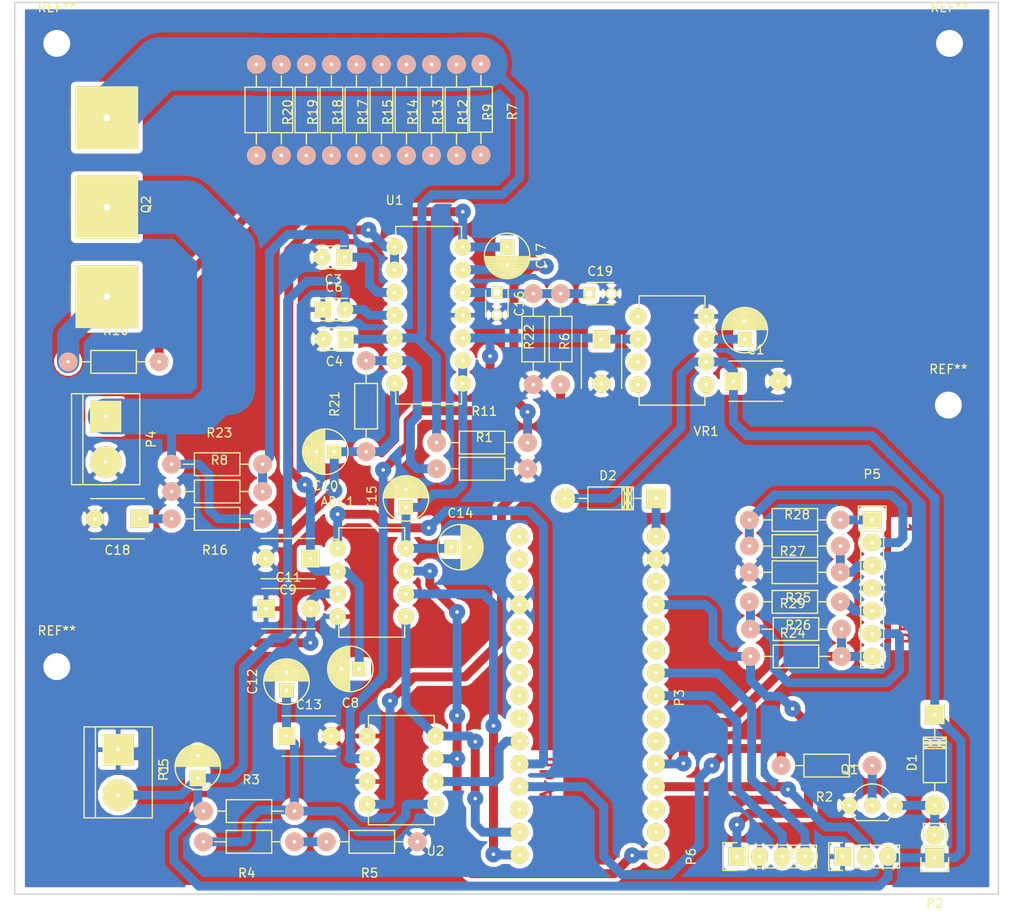
<source format=kicad_pcb>
(kicad_pcb (version 4) (host pcbnew "(2016-01-12 BZR 6458, Git 99ba525)-product")
  (title_block (title "Fucking DC Dummy Load") (date 2016-03-09) (rev 2))
  (layers (0 F.Cu signal) (31 B.Cu signal) (34 B.Paste user) (35 F.Paste user) (36 B.SilkS user) (37 F.SilkS user) (38 B.Mask user) (39 F.Mask user) (44 Edge.Cuts user))
  (net 0 "")
  (net 1 "Net-(ADC1-Pad2)")
  (net 2 "Net-(ADC1-Pad3)")
  (net 3 GND)
  (net 4 ARDU-P11)
  (net 5 ARDU-P13)
  (net 6 "Net-(ADC1-Pad8)")
  (net 7 VCC)
  (net 8 "Net-(C2-Pad1)")
  (net 9 ADC-VIN)
  (net 10 ADC-IOUT)
  (net 11 VREF)
  (net 12 "Net-(C12-Pad1)")
  (net 13 "Net-(C16-Pad1)")
  (net 14 "Net-(C17-Pad1)")
  (net 15 "Net-(C17-Pad2)")
  (net 16 "Net-(C18-Pad1)")
  (net 17 "Net-(D1-Pad2)")
  (net 18 "Net-(D2-Pad1)")
  (net 19 "Net-(P4-Pad1)")
  (net 20 "Net-(Q1-Pad2)")
  (net 21 "Net-(Q2-Pad1)")
  (net 22 "Net-(R1-Pad1)")
  (net 23 "Net-(R4-Pad1)")
  (net 24 ARDU-P08)
  (net 25 ARDU-P12)
  (net 26 ARDU-P09)
  (net 27 "Net-(R22-Pad1)")
  (net 28 ARDU-P07)
  (net 29 ARDU-A0)
  (net 30 "Net-(P3-Pad23)")
  (net 31 "Net-(P3-Pad24)")
  (net 32 ARDU-A1)
  (net 33 ARDU-5v)
  (net 34 "Net-(P5-Pad1)")
  (net 35 "Net-(P5-Pad2)")
  (net 36 "Net-(P5-Pad3)")
  (net 37 "Net-(P5-Pad5)")
  (net 38 "Net-(P5-Pad6)")
  (net 39 "Net-(P3-Pad3)")
  (net 40 "Net-(P3-Pad7)")
  (net 41 "Net-(P3-Pad8)")
  (net 42 "Net-(P3-Pad9)")
  (net 43 "Net-(P3-Pad10)")
  (net 44 "Net-(P3-Pad11)")
  (net 45 "Net-(P3-Pad13)")
  (net 46 "Net-(P3-Pad14)")
  (net 47 "Net-(P3-Pad15)")
  (net 48 "Net-(P3-Pad17)")
  (net 49 "Net-(P3-Pad18)")
  (net 50 "Net-(P3-Pad21)")
  (net 51 "Net-(P3-Pad22)")
  (net 52 "Net-(P3-Pad25)")
  (net 53 "Net-(P3-Pad26)")
  (net 54 "Net-(P3-Pad28)")
  (net 55 "Net-(VR1-Pad1)")
  (net 56 "Net-(VR1-Pad5)")
  (net 57 "Net-(VR1-Pad7)")
  (net 58 "Net-(VR1-Pad8)")
  (module Housings_DIP:DIP-8_W7.62mm (layer F.Cu) (at 74.168 92.583)
    (fp_text reference ADC1 (at 0 -5.22) (layer F.SilkS))
    (fp_text value MCP3202)
    (pad 1 thru_hole oval (at 0 0) (size 1.85 1.85) (drill 0.4) (layers *.Cu *.Mask F.SilkS) (net 24 ARDU-P08))
    (pad 2 thru_hole oval (at 0 2.54) (size 1.85 1.85) (drill 0.4) (layers *.Cu *.Mask F.SilkS) (net 1 "Net-(ADC1-Pad2)"))
    (pad 3 thru_hole oval (at 0 5.08) (size 1.85 1.85) (drill 0.4) (layers *.Cu *.Mask F.SilkS) (net 2 "Net-(ADC1-Pad3)"))
    (pad 4 thru_hole oval (at 0 7.62) (size 1.85 1.85) (drill 0.4) (layers *.Cu *.Mask F.SilkS) (net 3 GND))
    (pad 5 thru_hole oval (at 7.62 7.62) (size 1.85 1.85) (drill 0.4) (layers *.Cu *.Mask F.SilkS) (net 4 ARDU-P11))
    (pad 6 thru_hole oval (at 7.62 5.08) (size 1.85 1.85) (drill 0.4) (layers *.Cu *.Mask F.SilkS) (net 25 ARDU-P12))
    (pad 7 thru_hole oval (at 7.62 2.54) (size 1.85 1.85) (drill 0.4) (layers *.Cu *.Mask F.SilkS) (net 5 ARDU-P13))
    (pad 8 thru_hole oval (at 7.62 0) (size 1.85 1.85) (drill 0.4) (layers *.Cu *.Mask F.SilkS) (net 6 "Net-(ADC1-Pad8)"))
  )
  (module Capacitors_ThroughHole:C_Disc_D6_P5 (layer F.Cu) (at 118.364 73.914)
    (fp_text reference C1 (at 2.5 -3.5) (layer F.SilkS))
    (fp_text value 2.2uF)
    (pad 1 thru_hole rect (at 0 0) (size 2 2) (drill 0.4) (layers *.Cu *.Mask F.SilkS) (net 7 VCC))
    (pad 2 thru_hole circle (at 5 0) (size 2 2) (drill 0.4) (layers *.Cu *.Mask F.SilkS) (net 3 GND))
  )
  (module Capacitors_ThroughHole:C_Radial_D5_L11_P2 (layer F.Cu) (at 119.634 69.215 90)
    (fp_text reference C2 (at 1 -3.8 90) (layer F.SilkS))
    (fp_text value 1uF)
    (pad 1 thru_hole rect (at 0 0 90) (size 1.6 1.6) (drill 0.4) (layers *.Cu *.Mask F.SilkS) (net 8 "Net-(C2-Pad1)"))
    (pad 2 thru_hole circle (at 2 0 90) (size 1.75 1.75) (drill 0.4) (layers *.Cu *.Mask F.SilkS) (net 3 GND))
  )
  (module Capacitors_ThroughHole:C_Disc_D3_P2.5 (layer F.Cu) (at 74.93 60.071 180)
    (fp_text reference C3 (at 1.25 -2.5 180) (layer F.SilkS))
    (fp_text value 100n)
    (pad 1 thru_hole rect (at 0 0 180) (size 1.8 1.8) (drill 0.4) (layers *.Cu *.Mask F.SilkS) (net 9 ADC-VIN))
    (pad 2 thru_hole circle (at 2.5 0 180) (size 1.8 1.8) (drill 0.4) (layers *.Cu *.Mask F.SilkS) (net 3 GND))
  )
  (module Capacitors_ThroughHole:C_Disc_D3_P2.5 (layer F.Cu) (at 75.057 69.215 180)
    (fp_text reference C4 (at 1.25 -2.5 180) (layer F.SilkS))
    (fp_text value 100n)
    (pad 1 thru_hole rect (at 0 0 180) (size 1.8 1.8) (drill 0.4) (layers *.Cu *.Mask F.SilkS) (net 10 ADC-IOUT))
    (pad 2 thru_hole circle (at 2.5 0 180) (size 1.8 1.8) (drill 0.4) (layers *.Cu *.Mask F.SilkS) (net 3 GND))
  )
  (module Capacitors_ThroughHole:C_Radial_D5_L11_P2.5 (layer F.Cu) (at 58.547 118.237 90)
    (fp_text reference C5 (at 1.25 -3.8 90) (layer F.SilkS))
    (fp_text value 100uF)
    (pad 1 thru_hole rect (at 0 0 90) (size 1.8 1.8) (drill 0.4) (layers *.Cu *.Mask F.SilkS) (net 7 VCC))
    (pad 2 thru_hole circle (at 2.5 0 90) (size 1.95 1.95) (drill 0.4) (layers *.Cu *.Mask F.SilkS) (net 3 GND))
  )
  (module Capacitors_ThroughHole:C_Disc_D3_P2.5 (layer F.Cu) (at 72.517 65.913)
    (fp_text reference C6 (at 1.25 -2.5) (layer F.SilkS))
    (fp_text value 100n)
    (pad 1 thru_hole rect (at 0 0) (size 1.8 1.8) (drill 0.4) (layers *.Cu *.Mask F.SilkS) (net 3 GND))
    (pad 2 thru_hole circle (at 2.5 0) (size 1.8 1.8) (drill 0.4) (layers *.Cu *.Mask F.SilkS) (net 7 VCC))
  )
  (module Capacitors_ThroughHole:C_Disc_D6_P5 (layer F.Cu) (at 103.632 69.215 270)
    (fp_text reference C7 (at 2.5 -3.5 270) (layer F.SilkS))
    (fp_text value 2.2uF)
    (pad 1 thru_hole rect (at 0 0 270) (size 2 2) (drill 0.4) (layers *.Cu *.Mask F.SilkS) (net 11 VREF))
    (pad 2 thru_hole circle (at 5 0 270) (size 2 2) (drill 0.4) (layers *.Cu *.Mask F.SilkS) (net 3 GND))
  )
  (module Capacitors_ThroughHole:C_Radial_D5_L11_P2 (layer F.Cu) (at 76.581 106.045 180)
    (fp_text reference C8 (at 1 -3.8 180) (layer F.SilkS))
    (fp_text value 1uF)
    (pad 1 thru_hole rect (at 0 0 180) (size 1.6 1.6) (drill 0.4) (layers *.Cu *.Mask F.SilkS) (net 1 "Net-(ADC1-Pad2)"))
    (pad 2 thru_hole circle (at 2 0 180) (size 1.75 1.75) (drill 0.4) (layers *.Cu *.Mask F.SilkS) (net 3 GND))
  )
  (module Capacitors_ThroughHole:C_Disc_D6_P5 (layer F.Cu) (at 71.12 93.726 180)
    (fp_text reference C9 (at 2.5 -3.5 180) (layer F.SilkS))
    (fp_text value 100n)
    (pad 1 thru_hole rect (at 0 0 180) (size 2 2) (drill 0.4) (layers *.Cu *.Mask F.SilkS) (net 1 "Net-(ADC1-Pad2)"))
    (pad 2 thru_hole circle (at 5 0 180) (size 2 2) (drill 0.4) (layers *.Cu *.Mask F.SilkS) (net 3 GND))
  )
  (module Capacitors_ThroughHole:C_Radial_D5_L11_P2 (layer F.Cu) (at 73.787 81.788 180)
    (fp_text reference C10 (at 1 -3.8 180) (layer F.SilkS))
    (fp_text value 1uF)
    (pad 1 thru_hole rect (at 0 0 180) (size 1.6 1.6) (drill 0.4) (layers *.Cu *.Mask F.SilkS) (net 2 "Net-(ADC1-Pad3)"))
    (pad 2 thru_hole circle (at 2 0 180) (size 1.75 1.75) (drill 0.4) (layers *.Cu *.Mask F.SilkS) (net 3 GND))
  )
  (module Capacitors_ThroughHole:C_Disc_D6_P5 (layer F.Cu) (at 66.167 99.314)
    (fp_text reference C11 (at 2.5 -3.5) (layer F.SilkS))
    (fp_text value 100n)
    (pad 1 thru_hole rect (at 0 0) (size 2 2) (drill 0.4) (layers *.Cu *.Mask F.SilkS) (net 3 GND))
    (pad 2 thru_hole circle (at 5 0) (size 2 2) (drill 0.4) (layers *.Cu *.Mask F.SilkS) (net 2 "Net-(ADC1-Pad3)"))
  )
  (module Capacitors_ThroughHole:C_Radial_D5_L11_P2 (layer F.Cu) (at 68.453 108.458 90)
    (fp_text reference C12 (at 1 -3.8 90) (layer F.SilkS))
    (fp_text value 10uF)
    (pad 1 thru_hole rect (at 0 0 90) (size 1.6 1.6) (drill 0.4) (layers *.Cu *.Mask F.SilkS) (net 12 "Net-(C12-Pad1)"))
    (pad 2 thru_hole circle (at 2 0 90) (size 1.75 1.75) (drill 0.4) (layers *.Cu *.Mask F.SilkS) (net 3 GND))
  )
  (module Capacitors_ThroughHole:C_Disc_D6_P5 (layer F.Cu) (at 68.453 113.538)
    (fp_text reference C13 (at 2.5 -3.5) (layer F.SilkS))
    (fp_text value 100nF)
    (pad 1 thru_hole rect (at 0 0) (size 2 2) (drill 0.4) (layers *.Cu *.Mask F.SilkS) (net 12 "Net-(C12-Pad1)"))
    (pad 2 thru_hole circle (at 5 0) (size 2 2) (drill 0.4) (layers *.Cu *.Mask F.SilkS) (net 3 GND))
  )
  (module Capacitors_ThroughHole:C_Radial_D5_L11_P2 (layer F.Cu) (at 86.868 92.456)
    (fp_text reference C14 (at 1 -3.8) (layer F.SilkS))
    (fp_text value 1uF)
    (pad 1 thru_hole rect (at 0 0) (size 1.6 1.6) (drill 0.4) (layers *.Cu *.Mask F.SilkS) (net 6 "Net-(ADC1-Pad8)"))
    (pad 2 thru_hole circle (at 2 0) (size 1.75 1.75) (drill 0.4) (layers *.Cu *.Mask F.SilkS) (net 3 GND))
  )
  (module Capacitors_ThroughHole:C_Radial_D5_L11_P2 (layer F.Cu) (at 81.788 88.011 90)
    (fp_text reference C15 (at 1 -3.8 90) (layer F.SilkS))
    (fp_text value 10uF)
    (pad 1 thru_hole rect (at 0 0 90) (size 1.6 1.6) (drill 0.4) (layers *.Cu *.Mask F.SilkS) (net 6 "Net-(ADC1-Pad8)"))
    (pad 2 thru_hole circle (at 2 0 90) (size 1.75 1.75) (drill 0.4) (layers *.Cu *.Mask F.SilkS) (net 3 GND))
  )
  (module Capacitors_ThroughHole:C_Radial_D5_L11_P2 (layer F.Cu) (at 93.091 58.928 270)
    (fp_text reference C17 (at 1 -3.8 270) (layer F.SilkS))
    (fp_text value 8.2nF)
    (pad 1 thru_hole rect (at 0 0 270) (size 1.6 1.6) (drill 0.4) (layers *.Cu *.Mask F.SilkS) (net 14 "Net-(C17-Pad1)"))
    (pad 2 thru_hole circle (at 2 0 270) (size 1.75 1.75) (drill 0.4) (layers *.Cu *.Mask F.SilkS) (net 15 "Net-(C17-Pad2)"))
  )
  (module Capacitors_ThroughHole:C_Disc_D6_P5 (layer F.Cu) (at 52.07 89.281 180)
    (fp_text reference C18 (at 2.5 -3.5 180) (layer F.SilkS))
    (fp_text value 2.2uF)
    (pad 1 thru_hole rect (at 0 0 180) (size 2 2) (drill 0.4) (layers *.Cu *.Mask F.SilkS) (net 16 "Net-(C18-Pad1)"))
    (pad 2 thru_hole circle (at 5 0 180) (size 2 2) (drill 0.4) (layers *.Cu *.Mask F.SilkS) (net 3 GND))
  )
  (module Diodes_ThroughHole:Diode_DO-41_SOD81_Horizontal_RM10 (layer F.Cu) (at 140.843 111.125 270)
    (fp_text reference D1 (at 5.38734 2.53746 270) (layer F.SilkS))
    (fp_text value D)
    (pad 2 thru_hole circle (at 10.16 -0.00254 90) (size 2.2 2.2) (drill 0.4) (layers *.Cu *.Mask F.SilkS) (net 17 "Net-(D1-Pad2)"))
    (pad 1 thru_hole rect (at 0 -0.00254 90) (size 2.2 2.2) (drill 0.4) (layers *.Cu *.Mask F.SilkS) (net 7 VCC))
  )
  (module Diodes_ThroughHole:Diode_DO-41_SOD81_Horizontal_RM10 (layer F.Cu) (at 109.728 86.995 180)
    (fp_text reference D2 (at 5.38734 2.53746 180) (layer F.SilkS))
    (fp_text value D)
    (pad 2 thru_hole circle (at 10.16 -0.00254) (size 2.2 2.2) (drill 0.4) (layers *.Cu *.Mask F.SilkS) (net 7 VCC))
    (pad 1 thru_hole rect (at 0 -0.00254) (size 2.2 2.2) (drill 0.4) (layers *.Cu *.Mask F.SilkS) (net 18 "Net-(D2-Pad1)"))
  )
  (module Connect:bornier2 (layer F.Cu) (at 49.657 117.602 270)
    (fp_text reference P1 (at 0 -5.08 270) (layer F.SilkS))
    (fp_text value CONN_01X02)
    (pad 1 thru_hole rect (at -2.54 0 270) (size 3.5 3.5) (drill 0.4) (layers *.Cu *.Mask F.SilkS) (net 3 GND))
    (pad 2 thru_hole circle (at 2.54 0 270) (size 3.5 3.5) (drill 0.4) (layers *.Cu *.Mask F.SilkS) (net 7 VCC))
  )
  (module Pin_Headers:Pin_Header_Straight_1x02 (layer F.Cu) (at 140.843 127.127 180)
    (fp_text reference P2 (at 0 -5.1 180) (layer F.SilkS))
    (fp_text value 12vFAN)
    (pad 1 thru_hole rect (at 0 0 180) (size 2.1 2.1) (drill 0.4) (layers *.Cu *.Mask F.SilkS) (net 7 VCC))
    (pad 2 thru_hole oval (at 0 2.54 180) (size 2.1 2.1) (drill 0.4) (layers *.Cu *.Mask F.SilkS) (net 17 "Net-(D1-Pad2)"))
  )
  (module Connect:bornier2 (layer F.Cu) (at 48.26 80.391 270)
    (fp_text reference P4 (at 0 -5.08 270) (layer F.SilkS))
    (fp_text value LOAD)
    (pad 1 thru_hole rect (at -2.54 0 270) (size 3.5 3.5) (drill 0.4) (layers *.Cu *.Mask F.SilkS) (net 19 "Net-(P4-Pad1)"))
    (pad 2 thru_hole circle (at 2.54 0 270) (size 3.5 3.5) (drill 0.4) (layers *.Cu *.Mask F.SilkS) (net 3 GND))
  )
  (module TO_SOT_Packages_THT:TO-92_Inline_Wide (layer F.Cu) (at 131.318 121.285)
    (fp_text reference Q1 (at 0 -4 180) (layer F.SilkS))
    (fp_text value Darl_NPN)
    (pad 2 thru_hole circle (at 2.54 0 90) (size 1.8 1.8) (drill 0.4) (layers *.Cu *.Mask F.SilkS) (net 20 "Net-(Q1-Pad2)"))
    (pad 3 thru_hole circle (at 5.08 0 90) (size 1.8 1.8) (drill 0.4) (layers *.Cu *.Mask F.SilkS) (net 17 "Net-(D1-Pad2)"))
    (pad 1 thru_hole circle (at 0 0 90) (size 1.8 1.8) (drill 0.4) (layers *.Cu *.Mask F.SilkS) (net 3 GND))
  )
  (module Power_Pads:PowerPads_3 (layer F.Cu) (at 48.387 54.483 90)
    (fp_text reference Q2 (at 0.3 4.4 90) (layer F.SilkS))
    (fp_text value IRF540N)
    (pad 1 thru_hole rect (at -10 0 90) (size 7 7) (drill 0.762) (layers *.Cu *.Mask F.SilkS) (net 21 "Net-(Q2-Pad1)"))
    (pad 2 thru_hole rect (at 0 0 90) (size 7 7) (drill 0.762) (layers *.Cu *.Mask F.SilkS) (net 19 "Net-(P4-Pad1)"))
    (pad 3 thru_hole rect (at 10 0 90) (size 7 7) (drill 0.762) (layers *.Cu *.Mask F.SilkS) (net 10 ADC-IOUT))
  )
  (module Resistors_ThroughHole:Resistor_Horizontal_RM10mm (layer F.Cu) (at 90.297 83.693)
    (fp_text reference R1 (at 0.24892 -3.50012) (layer F.SilkS))
    (fp_text value 1k)
    (pad 1 thru_hole circle (at -5.08 0) (size 2.1 2.1) (drill 0.4) (layers *.Cu *.SilkS *.Mask) (net 22 "Net-(R1-Pad1)"))
    (pad 2 thru_hole circle (at 5.08 0) (size 2.1 2.1) (drill 0.4) (layers *.Cu *.SilkS *.Mask) (net 3 GND))
  )
  (module Resistors_ThroughHole:Resistor_Horizontal_RM10mm (layer F.Cu) (at 128.778 116.84 180)
    (fp_text reference R2 (at 0.24892 -3.50012 180) (layer F.SilkS))
    (fp_text value 1k)
    (pad 1 thru_hole circle (at -5.08 0 180) (size 2.1 2.1) (drill 0.4) (layers *.Cu *.SilkS *.Mask) (net 20 "Net-(Q1-Pad2)"))
    (pad 2 thru_hole circle (at 5.08 0 180) (size 2.1 2.1) (drill 0.4) (layers *.Cu *.SilkS *.Mask) (net 26 ARDU-P09))
  )
  (module Resistors_ThroughHole:Resistor_Horizontal_RM10mm (layer F.Cu) (at 64.262 121.92)
    (fp_text reference R3 (at 0.24892 -3.50012) (layer F.SilkS))
    (fp_text value 15k)
    (pad 1 thru_hole circle (at -5.08 0) (size 2.1 2.1) (drill 0.4) (layers *.Cu *.SilkS *.Mask) (net 7 VCC))
    (pad 2 thru_hole circle (at 5.08 0) (size 2.1 2.1) (drill 0.4) (layers *.Cu *.SilkS *.Mask) (net 12 "Net-(C12-Pad1)"))
  )
  (module Resistors_ThroughHole:Resistor_Horizontal_RM10mm (layer F.Cu) (at 64.262 125.349 180)
    (fp_text reference R4 (at 0.24892 -3.50012 180) (layer F.SilkS))
    (fp_text value 10k)
    (pad 1 thru_hole circle (at -5.08 0 180) (size 2.1 2.1) (drill 0.4) (layers *.Cu *.SilkS *.Mask) (net 23 "Net-(R4-Pad1)"))
    (pad 2 thru_hole circle (at 5.08 0 180) (size 2.1 2.1) (drill 0.4) (layers *.Cu *.SilkS *.Mask) (net 12 "Net-(C12-Pad1)"))
  )
  (module Resistors_ThroughHole:Resistor_Horizontal_RM10mm (layer F.Cu) (at 77.978 125.349 180)
    (fp_text reference R5 (at 0.24892 -3.50012 180) (layer F.SilkS))
    (fp_text value 1k)
    (pad 1 thru_hole circle (at -5.08 0 180) (size 2.1 2.1) (drill 0.4) (layers *.Cu *.SilkS *.Mask) (net 3 GND))
    (pad 2 thru_hole circle (at 5.08 0 180) (size 2.1 2.1) (drill 0.4) (layers *.Cu *.SilkS *.Mask) (net 23 "Net-(R4-Pad1)"))
  )
  (module Resistors_ThroughHole:Resistor_Horizontal_RM10mm (layer F.Cu) (at 96.012 69.215 270)
    (fp_text reference R6 (at 0.24892 -3.50012 270) (layer F.SilkS))
    (fp_text value 1k)
    (pad 1 thru_hole circle (at -5.08 0 270) (size 2.1 2.1) (drill 0.4) (layers *.Cu *.SilkS *.Mask) (net 13 "Net-(C16-Pad1)"))
    (pad 2 thru_hole circle (at 5.08 0 270) (size 2.1 2.1) (drill 0.4) (layers *.Cu *.SilkS *.Mask) (net 3 GND))
  )
  (module Resistors_ThroughHole:Resistor_Horizontal_RM10mm (layer F.Cu) (at 60.706 86.233)
    (fp_text reference R8 (at 0.24892 -3.50012) (layer F.SilkS))
    (fp_text value 2k)
    (pad 1 thru_hole circle (at -5.08 0) (size 2.1 2.1) (drill 0.4) (layers *.Cu *.SilkS *.Mask) (net 3 GND))
    (pad 2 thru_hole circle (at 5.08 0) (size 2.1 2.1) (drill 0.4) (layers *.Cu *.SilkS *.Mask) (net 9 ADC-VIN))
  )
  (module Resistors_ThroughHole:Resistor_Horizontal_RM10mm (layer F.Cu) (at 49.149 71.755)
    (fp_text reference R10 (at 0.24892 -3.50012) (layer F.SilkS))
    (fp_text value 470R)
    (pad 1 thru_hole circle (at -5.08 0) (size 2.1 2.1) (drill 0.4) (layers *.Cu *.SilkS *.Mask) (net 21 "Net-(Q2-Pad1)"))
    (pad 2 thru_hole circle (at 5.08 0) (size 2.1 2.1) (drill 0.4) (layers *.Cu *.SilkS *.Mask) (net 14 "Net-(C17-Pad1)"))
  )
  (module Resistors_ThroughHole:Resistor_Horizontal_RM10mm (layer F.Cu) (at 90.297 80.772)
    (fp_text reference R11 (at 0.24892 -3.50012) (layer F.SilkS))
    (fp_text value 1K)
    (pad 1 thru_hole circle (at -5.08 0) (size 2.1 2.1) (drill 0.4) (layers *.Cu *.SilkS *.Mask) (net 10 ADC-IOUT))
    (pad 2 thru_hole circle (at 5.08 0) (size 2.1 2.1) (drill 0.4) (layers *.Cu *.SilkS *.Mask) (net 15 "Net-(C17-Pad2)"))
  )
  (module Resistors_ThroughHole:Resistor_Horizontal_RM10mm (layer F.Cu) (at 60.706 89.281 180)
    (fp_text reference R16 (at 0.24892 -3.50012 180) (layer F.SilkS))
    (fp_text value 2R2)
    (pad 1 thru_hole circle (at -5.08 0 180) (size 2.1 2.1) (drill 0.4) (layers *.Cu *.SilkS *.Mask) (net 19 "Net-(P4-Pad1)"))
    (pad 2 thru_hole circle (at 5.08 0 180) (size 2.1 2.1) (drill 0.4) (layers *.Cu *.SilkS *.Mask) (net 16 "Net-(C18-Pad1)"))
  )
  (module Housings_DIP:DIP-14_W7.62mm (layer F.Cu) (at 80.518 58.928)
    (fp_text reference U1 (at 0 -5.22) (layer F.SilkS))
    (fp_text value LM324N)
    (pad 1 thru_hole oval (at 0 0) (size 1.85 1.85) (drill 0.4) (layers *.Cu *.Mask F.SilkS) (net 1 "Net-(ADC1-Pad2)"))
    (pad 2 thru_hole oval (at 0 2.54) (size 1.85 1.85) (drill 0.4) (layers *.Cu *.Mask F.SilkS) (net 1 "Net-(ADC1-Pad2)"))
    (pad 3 thru_hole oval (at 0 5.08) (size 1.85 1.85) (drill 0.4) (layers *.Cu *.Mask F.SilkS) (net 9 ADC-VIN))
    (pad 4 thru_hole oval (at 0 7.62) (size 1.85 1.85) (drill 0.4) (layers *.Cu *.Mask F.SilkS) (net 7 VCC))
    (pad 5 thru_hole oval (at 0 10.16) (size 1.85 1.85) (drill 0.4) (layers *.Cu *.Mask F.SilkS) (net 10 ADC-IOUT))
    (pad 6 thru_hole oval (at 0 12.7) (size 1.85 1.85) (drill 0.4) (layers *.Cu *.Mask F.SilkS) (net 22 "Net-(R1-Pad1)"))
    (pad 7 thru_hole oval (at 0 15.24) (size 1.85 1.85) (drill 0.4) (layers *.Cu *.Mask F.SilkS) (net 2 "Net-(ADC1-Pad3)"))
    (pad 8 thru_hole oval (at 7.62 15.24) (size 1.85 1.85) (drill 0.4) (layers *.Cu *.Mask F.SilkS) (net 6 "Net-(ADC1-Pad8)"))
    (pad 9 thru_hole oval (at 7.62 12.7) (size 1.85 1.85) (drill 0.4) (layers *.Cu *.Mask F.SilkS) (net 6 "Net-(ADC1-Pad8)"))
    (pad 10 thru_hole oval (at 7.62 10.16) (size 1.85 1.85) (drill 0.4) (layers *.Cu *.Mask F.SilkS) (net 11 VREF))
    (pad 11 thru_hole oval (at 7.62 7.62) (size 1.85 1.85) (drill 0.4) (layers *.Cu *.Mask F.SilkS) (net 3 GND))
    (pad 12 thru_hole oval (at 7.62 5.08) (size 1.85 1.85) (drill 0.4) (layers *.Cu *.Mask F.SilkS) (net 13 "Net-(C16-Pad1)"))
    (pad 13 thru_hole oval (at 7.62 2.54) (size 1.85 1.85) (drill 0.4) (layers *.Cu *.Mask F.SilkS) (net 15 "Net-(C17-Pad2)"))
    (pad 14 thru_hole oval (at 7.62 0) (size 1.85 1.85) (drill 0.4) (layers *.Cu *.Mask F.SilkS) (net 14 "Net-(C17-Pad1)"))
  )
  (module Housings_DIP:DIP-8_W7.62mm (layer F.Cu) (at 85.09 121.158 180)
    (fp_text reference U2 (at 0 -5.22 180) (layer F.SilkS))
    (fp_text value MCP4921-E/P)
    (pad 1 thru_hole oval (at 0 0 180) (size 1.85 1.85) (drill 0.4) (layers *.Cu *.Mask F.SilkS) (net 12 "Net-(C12-Pad1)"))
    (pad 2 thru_hole oval (at 0 2.54 180) (size 1.85 1.85) (drill 0.4) (layers *.Cu *.Mask F.SilkS) (net 28 ARDU-P07))
    (pad 3 thru_hole oval (at 0 5.08 180) (size 1.85 1.85) (drill 0.4) (layers *.Cu *.Mask F.SilkS) (net 5 ARDU-P13))
    (pad 4 thru_hole oval (at 0 7.62 180) (size 1.85 1.85) (drill 0.4) (layers *.Cu *.Mask F.SilkS) (net 4 ARDU-P11))
    (pad 5 thru_hole oval (at 7.62 7.62 180) (size 1.85 1.85) (drill 0.4) (layers *.Cu *.Mask F.SilkS) (net 3 GND))
    (pad 6 thru_hole oval (at 7.62 5.08 180) (size 1.85 1.85) (drill 0.4) (layers *.Cu *.Mask F.SilkS) (net 11 VREF))
    (pad 7 thru_hole oval (at 7.62 2.54 180) (size 1.85 1.85) (drill 0.4) (layers *.Cu *.Mask F.SilkS) (net 3 GND))
    (pad 8 thru_hole oval (at 7.62 0 180) (size 1.85 1.85) (drill 0.4) (layers *.Cu *.Mask F.SilkS) (net 27 "Net-(R22-Pad1)"))
  )
  (module Pin_Headers:Pin_Header_Straight_1x03 (layer F.Cu) (at 130.556 127 90)
    (fp_text reference U3 (at 0 -5.1 90) (layer F.SilkS))
    (fp_text value LM35)
    (pad 1 thru_hole rect (at 0 0 90) (size 2.1 1.85) (drill 0.4) (layers *.Cu *.Mask F.SilkS) (net 3 GND))
    (pad 2 thru_hole oval (at 0 2.54 90) (size 2.1 1.85) (drill 0.4) (layers *.Cu *.Mask F.SilkS) (net 29 ARDU-A0))
    (pad 3 thru_hole oval (at 0 5.08 90) (size 2.1 1.85) (drill 0.4) (layers *.Cu *.Mask F.SilkS) (net 7 VCC))
  )
  (module Housings_DIP:DIP-8_W7.62mm (layer F.Cu) (at 115.316 74.295 180)
    (fp_text reference VR1 (at 0 -5.22 180) (layer F.SilkS))
    (fp_text value MAX6241)
    (pad 1 thru_hole oval (at 0 0 180) (size 1.85 1.85) (drill 0.4) (layers *.Cu *.Mask F.SilkS) (net 55 "Net-(VR1-Pad1)"))
    (pad 2 thru_hole oval (at 0 2.54 180) (size 1.85 1.85) (drill 0.4) (layers *.Cu *.Mask F.SilkS) (net 7 VCC))
    (pad 3 thru_hole oval (at 0 5.08 180) (size 1.85 1.85) (drill 0.4) (layers *.Cu *.Mask F.SilkS) (net 8 "Net-(C2-Pad1)"))
    (pad 4 thru_hole oval (at 0 7.62 180) (size 1.85 1.85) (drill 0.4) (layers *.Cu *.Mask F.SilkS) (net 3 GND))
    (pad 5 thru_hole oval (at 7.62 7.62 180) (size 1.85 1.85) (drill 0.4) (layers *.Cu *.Mask F.SilkS) (net 56 "Net-(VR1-Pad5)"))
    (pad 6 thru_hole oval (at 7.62 5.08 180) (size 1.85 1.85) (drill 0.4) (layers *.Cu *.Mask F.SilkS) (net 11 VREF))
    (pad 7 thru_hole oval (at 7.62 2.54 180) (size 1.85 1.85) (drill 0.4) (layers *.Cu *.Mask F.SilkS) (net 57 "Net-(VR1-Pad7)"))
    (pad 8 thru_hole oval (at 7.62 0 180) (size 1.85 1.85) (drill 0.4) (layers *.Cu *.Mask F.SilkS) (net 58 "Net-(VR1-Pad8)"))
  )
  (module Resistors_ThroughHole:Resistor_Horizontal_RM10mm (layer F.Cu) (at 77.343 76.708 90)
    (fp_text reference R21 (at 0.24892 -3.50012 90) (layer F.SilkS))
    (fp_text value 9.09k)
    (pad 1 thru_hole circle (at -5.08 0 90) (size 2.1 2.1) (drill 0.4) (layers *.Cu *.SilkS *.Mask) (net 2 "Net-(ADC1-Pad3)"))
    (pad 2 thru_hole circle (at 5.08 0 90) (size 2.1 2.1) (drill 0.4) (layers *.Cu *.SilkS *.Mask) (net 22 "Net-(R1-Pad1)"))
  )
  (module Resistors_ThroughHole:Resistor_Horizontal_RM10mm (layer F.Cu) (at 99.06 69.215 90)
    (fp_text reference R22 (at 0.24892 -3.50012 90) (layer F.SilkS))
    (fp_text value 9.09k)
    (pad 1 thru_hole circle (at -5.08 0 90) (size 2.1 2.1) (drill 0.4) (layers *.Cu *.SilkS *.Mask) (net 27 "Net-(R22-Pad1)"))
    (pad 2 thru_hole circle (at 5.08 0 90) (size 2.1 2.1) (drill 0.4) (layers *.Cu *.SilkS *.Mask) (net 13 "Net-(C16-Pad1)"))
  )
  (module Resistors_ThroughHole:Resistor_Horizontal_RM10mm (layer F.Cu) (at 60.706 83.185)
    (fp_text reference R23 (at 0.24892 -3.50012) (layer F.SilkS))
    (fp_text value 10k)
    (pad 1 thru_hole circle (at -5.08 0) (size 2.1 2.1) (drill 0.4) (layers *.Cu *.SilkS *.Mask) (net 19 "Net-(P4-Pad1)"))
    (pad 2 thru_hole circle (at 5.08 0) (size 2.1 2.1) (drill 0.4) (layers *.Cu *.SilkS *.Mask) (net 9 ADC-VIN))
  )
  (module arduino:Nano (layer F.Cu) (at 101.727 108.966 90)
    (fp_text reference P3 (at -0.3 10.6 90) (layer F.SilkS))
    (fp_text value Arduino_Nano)
    (pad 1 thru_hole circle (at -17.85 -7.25 90) (size 2 2) (drill 0.4) (layers *.Cu *.Mask F.SilkS) (net 25 ARDU-P12))
    (pad 2 thru_hole circle (at -15.31 -7.25 90) (size 2 2) (drill 0.4) (layers *.Cu *.Mask F.SilkS) (net 4 ARDU-P11))
    (pad 3 thru_hole circle (at -12.77 -7.25 90) (size 2 2) (drill 0.4) (layers *.Cu *.Mask F.SilkS) (net 39 "Net-(P3-Pad3)"))
    (pad 4 thru_hole circle (at -10.23 -7.25 90) (size 2 2) (drill 0.4) (layers *.Cu *.Mask F.SilkS) (net 26 ARDU-P09))
    (pad 5 thru_hole circle (at -7.69 -7.25 90) (size 2 2) (drill 0.4) (layers *.Cu *.Mask F.SilkS) (net 24 ARDU-P08))
    (pad 6 thru_hole circle (at -5.15 -7.25 90) (size 2 2) (drill 0.4) (layers *.Cu *.Mask F.SilkS) (net 28 ARDU-P07))
    (pad 7 thru_hole circle (at -2.61 -7.25 90) (size 2 2) (drill 0.4) (layers *.Cu *.Mask F.SilkS) (net 40 "Net-(P3-Pad7)"))
    (pad 8 thru_hole circle (at -0.07 -7.25 90) (size 2 2) (drill 0.4) (layers *.Cu *.Mask F.SilkS) (net 41 "Net-(P3-Pad8)"))
    (pad 9 thru_hole circle (at 2.47 -7.25 90) (size 2 2) (drill 0.4) (layers *.Cu *.Mask F.SilkS) (net 42 "Net-(P3-Pad9)"))
    (pad 10 thru_hole circle (at 5.01 -7.25 90) (size 2 2) (drill 0.4) (layers *.Cu *.Mask F.SilkS) (net 43 "Net-(P3-Pad10)"))
    (pad 11 thru_hole circle (at 7.55 -7.25 90) (size 2 2) (drill 0.4) (layers *.Cu *.Mask F.SilkS) (net 44 "Net-(P3-Pad11)"))
    (pad 12 thru_hole circle (at 10.09 -7.25 90) (size 2 2) (drill 0.4) (layers *.Cu *.Mask F.SilkS) (net 3 GND))
    (pad 13 thru_hole circle (at 12.63 -7.25 90) (size 2 2) (drill 0.4) (layers *.Cu *.Mask F.SilkS) (net 45 "Net-(P3-Pad13)"))
    (pad 14 thru_hole circle (at 15.17 -7.25 90) (size 2 2) (drill 0.4) (layers *.Cu *.Mask F.SilkS) (net 46 "Net-(P3-Pad14)"))
    (pad 15 thru_hole circle (at 17.71 -7.25 90) (size 2 2) (drill 0.4) (layers *.Cu *.Mask F.SilkS) (net 47 "Net-(P3-Pad15)"))
    (pad 16 thru_hole circle (at -17.85 7.99 90) (size 2 2) (drill 0.4) (layers *.Cu *.Mask F.SilkS) (net 5 ARDU-P13))
    (pad 17 thru_hole circle (at -15.31 7.99 90) (size 2 2) (drill 0.4) (layers *.Cu *.Mask F.SilkS) (net 48 "Net-(P3-Pad17)"))
    (pad 18 thru_hole circle (at -12.77 7.99 90) (size 2 2) (drill 0.4) (layers *.Cu *.Mask F.SilkS) (net 49 "Net-(P3-Pad18)"))
    (pad 19 thru_hole circle (at -10.23 7.99 90) (size 2 2) (drill 0.4) (layers *.Cu *.Mask F.SilkS) (net 29 ARDU-A0))
    (pad 20 thru_hole circle (at -7.69 7.99 90) (size 2 2) (drill 0.4) (layers *.Cu *.Mask F.SilkS) (net 32 ARDU-A1))
    (pad 21 thru_hole circle (at -5.15 7.99 90) (size 2 2) (drill 0.4) (layers *.Cu *.Mask F.SilkS) (net 50 "Net-(P3-Pad21)"))
    (pad 22 thru_hole circle (at -2.61 7.99 90) (size 2 2) (drill 0.4) (layers *.Cu *.Mask F.SilkS) (net 51 "Net-(P3-Pad22)"))
    (pad 23 thru_hole circle (at -0.07 7.99 90) (size 2 2) (drill 0.4) (layers *.Cu *.Mask F.SilkS) (net 30 "Net-(P3-Pad23)"))
    (pad 24 thru_hole circle (at 2.47 7.99 90) (size 2 2) (drill 0.4) (layers *.Cu *.Mask F.SilkS) (net 31 "Net-(P3-Pad24)"))
    (pad 25 thru_hole circle (at 5.01 7.99 90) (size 2 2) (drill 0.4) (layers *.Cu *.Mask F.SilkS) (net 52 "Net-(P3-Pad25)"))
    (pad 26 thru_hole circle (at 7.55 7.99 90) (size 2 2) (drill 0.4) (layers *.Cu *.Mask F.SilkS) (net 53 "Net-(P3-Pad26)"))
    (pad 27 thru_hole circle (at 10.09 7.99 90) (size 2 2) (drill 0.4) (layers *.Cu *.Mask F.SilkS) (net 33 ARDU-5v))
    (pad 28 thru_hole circle (at 12.63 7.99 90) (size 2 2) (drill 0.4) (layers *.Cu *.Mask F.SilkS) (net 54 "Net-(P3-Pad28)"))
    (pad 29 thru_hole circle (at 15.17 7.99 90) (size 2 2) (drill 0.4) (layers *.Cu *.Mask F.SilkS) (net 3 GND))
    (pad 30 thru_hole circle (at 17.71 7.99 90) (size 2 2) (drill 0.4) (layers *.Cu *.Mask F.SilkS) (net 18 "Net-(D2-Pad1)"))
  )
  (module Capacitors_ThroughHole:C_Disc_D3_P2.5 (layer F.Cu) (at 91.948 64.008 270)
    (fp_text reference C16 (at 1.25 -2.5 270) (layer F.SilkS))
    (fp_text value 150pF)
    (pad 1 thru_hole rect (at 0 0 270) (size 1.3 1.3) (drill 0.8) (layers *.Cu *.Mask F.SilkS) (net 13 "Net-(C16-Pad1)"))
    (pad 2 thru_hole circle (at 2.5 0 270) (size 1.3 1.3) (drill 0.8001) (layers *.Cu *.Mask F.SilkS) (net 3 GND))
  )
  (module Capacitors_ThroughHole:C_Disc_D3_P2.5 (layer F.Cu) (at 102.235 64.135)
    (fp_text reference C19 (at 1.25 -2.5) (layer F.SilkS))
    (fp_text value 150pF)
    (pad 1 thru_hole rect (at 0 0) (size 1.3 1.3) (drill 0.8) (layers *.Cu *.Mask F.SilkS) (net 13 "Net-(C16-Pad1)"))
    (pad 2 thru_hole circle (at 2.5 0) (size 1.3 1.3) (drill 0.8001) (layers *.Cu *.Mask F.SilkS) (net 3 GND))
  )
  (module Resistors_ThroughHole:Resistor_Horizontal_RM10mm (layer F.Cu) (at 90.17 43.561 270)
    (fp_text reference R7 (at 0.24892 -3.50012 270) (layer F.SilkS))
    (fp_text value 1R0)
    (pad 1 thru_hole circle (at -5.08 0 270) (size 2.1 2.1) (drill 0.4) (layers *.Cu *.SilkS *.Mask) (net 10 ADC-IOUT))
    (pad 2 thru_hole circle (at 5.08 0 270) (size 2.1 2.1) (drill 0.4) (layers *.Cu *.SilkS *.Mask) (net 3 GND))
  )
  (module Resistors_ThroughHole:Resistor_Horizontal_RM10mm (layer F.Cu) (at 87.4395 43.6245 270)
    (fp_text reference R9 (at 0.24892 -3.50012 270) (layer F.SilkS))
    (fp_text value 1R0)
    (pad 1 thru_hole circle (at -5.08 0 270) (size 2.1 2.1) (drill 0.4) (layers *.Cu *.SilkS *.Mask) (net 10 ADC-IOUT))
    (pad 2 thru_hole circle (at 5.08 0 270) (size 2.1 2.1) (drill 0.4) (layers *.Cu *.SilkS *.Mask) (net 3 GND))
  )
  (module Resistors_ThroughHole:Resistor_Horizontal_RM10mm (layer F.Cu) (at 84.6455 43.6245 270)
    (fp_text reference R12 (at 0.24892 -3.50012 270) (layer F.SilkS))
    (fp_text value 1R0)
    (pad 1 thru_hole circle (at -5.08 0 270) (size 2.1 2.1) (drill 0.4) (layers *.Cu *.SilkS *.Mask) (net 10 ADC-IOUT))
    (pad 2 thru_hole circle (at 5.08 0 270) (size 2.1 2.1) (drill 0.4) (layers *.Cu *.SilkS *.Mask) (net 3 GND))
  )
  (module Resistors_ThroughHole:Resistor_Horizontal_RM10mm (layer F.Cu) (at 81.8515 43.6245 270)
    (fp_text reference R13 (at 0.24892 -3.50012 270) (layer F.SilkS))
    (fp_text value 1R0)
    (pad 1 thru_hole circle (at -5.08 0 270) (size 2.1 2.1) (drill 0.4) (layers *.Cu *.SilkS *.Mask) (net 10 ADC-IOUT))
    (pad 2 thru_hole circle (at 5.08 0 270) (size 2.1 2.1) (drill 0.4) (layers *.Cu *.SilkS *.Mask) (net 3 GND))
  )
  (module Resistors_ThroughHole:Resistor_Horizontal_RM10mm (layer F.Cu) (at 79.0575 43.6245 270)
    (fp_text reference R14 (at 0.24892 -3.50012 270) (layer F.SilkS))
    (fp_text value 1R0)
    (pad 1 thru_hole circle (at -5.08 0 270) (size 2.1 2.1) (drill 0.4) (layers *.Cu *.SilkS *.Mask) (net 10 ADC-IOUT))
    (pad 2 thru_hole circle (at 5.08 0 270) (size 2.1 2.1) (drill 0.4) (layers *.Cu *.SilkS *.Mask) (net 3 GND))
  )
  (module Resistors_ThroughHole:Resistor_Horizontal_RM10mm (layer F.Cu) (at 76.2635 43.6245 270)
    (fp_text reference R15 (at 0.24892 -3.50012 270) (layer F.SilkS))
    (fp_text value 1R0)
    (pad 1 thru_hole circle (at -5.08 0 270) (size 2.1 2.1) (drill 0.4) (layers *.Cu *.SilkS *.Mask) (net 10 ADC-IOUT))
    (pad 2 thru_hole circle (at 5.08 0 270) (size 2.1 2.1) (drill 0.4) (layers *.Cu *.SilkS *.Mask) (net 3 GND))
  )
  (module Resistors_ThroughHole:Resistor_Horizontal_RM10mm (layer F.Cu) (at 73.4695 43.6245 270)
    (fp_text reference R17 (at 0.24892 -3.50012 270) (layer F.SilkS))
    (fp_text value 1R0)
    (pad 1 thru_hole circle (at -5.08 0 270) (size 2.1 2.1) (drill 0.4) (layers *.Cu *.SilkS *.Mask) (net 10 ADC-IOUT))
    (pad 2 thru_hole circle (at 5.08 0 270) (size 2.1 2.1) (drill 0.4) (layers *.Cu *.SilkS *.Mask) (net 3 GND))
  )
  (module Resistors_ThroughHole:Resistor_Horizontal_RM10mm (layer F.Cu) (at 70.6755 43.6245 270)
    (fp_text reference R18 (at 0.24892 -3.50012 270) (layer F.SilkS))
    (fp_text value 1R0)
    (pad 1 thru_hole circle (at -5.08 0 270) (size 2.1 2.1) (drill 0.4) (layers *.Cu *.SilkS *.Mask) (net 10 ADC-IOUT))
    (pad 2 thru_hole circle (at 5.08 0 270) (size 2.1 2.1) (drill 0.4) (layers *.Cu *.SilkS *.Mask) (net 3 GND))
  )
  (module Resistors_ThroughHole:Resistor_Horizontal_RM10mm (layer F.Cu) (at 67.8815 43.6245 270)
    (fp_text reference R19 (at 0.24892 -3.50012 270) (layer F.SilkS))
    (fp_text value 1R0)
    (pad 1 thru_hole circle (at -5.08 0 270) (size 2.1 2.1) (drill 0.4) (layers *.Cu *.SilkS *.Mask) (net 10 ADC-IOUT))
    (pad 2 thru_hole circle (at 5.08 0 270) (size 2.1 2.1) (drill 0.4) (layers *.Cu *.SilkS *.Mask) (net 3 GND))
  )
  (module Resistors_ThroughHole:Resistor_Horizontal_RM10mm (layer F.Cu) (at 65.0875 43.6245 270)
    (fp_text reference R20 (at 0.24892 -3.50012 270) (layer F.SilkS))
    (fp_text value 1R0)
    (pad 1 thru_hole circle (at -5.08 0 270) (size 2.1 2.1) (drill 0.4) (layers *.Cu *.SilkS *.Mask) (net 10 ADC-IOUT))
    (pad 2 thru_hole circle (at 5.08 0 270) (size 2.1 2.1) (drill 0.4) (layers *.Cu *.SilkS *.Mask) (net 3 GND))
  )
  (module Pin_Headers:Pin_Header_Straight_1x07 (layer F.Cu) (at 133.858 89.408)
    (fp_text reference P5 (at 0 -5.1) (layer F.SilkS))
    (fp_text value KeyPad)
    (pad 1 thru_hole rect (at 0 0) (size 2.1 1.9) (drill 0.4) (layers *.Cu *.Mask F.SilkS) (net 34 "Net-(P5-Pad1)"))
    (pad 2 thru_hole oval (at 0 2.54) (size 2.1 1.85) (drill 0.4) (layers *.Cu *.Mask F.SilkS) (net 35 "Net-(P5-Pad2)"))
    (pad 3 thru_hole oval (at 0 5.08) (size 2.1 1.85) (drill 0.4) (layers *.Cu *.Mask F.SilkS) (net 36 "Net-(P5-Pad3)"))
    (pad 4 thru_hole oval (at 0 7.62) (size 2.1 1.85) (drill 0.4) (layers *.Cu *.Mask F.SilkS) (net 3 GND))
    (pad 5 thru_hole oval (at 0 10.16) (size 2.1 1.85) (drill 0.4) (layers *.Cu *.Mask F.SilkS) (net 37 "Net-(P5-Pad5)"))
    (pad 6 thru_hole oval (at 0 12.7) (size 2.1 1.85) (drill 0.4) (layers *.Cu *.Mask F.SilkS) (net 38 "Net-(P5-Pad6)"))
    (pad 7 thru_hole oval (at 0 15.24) (size 2.1 1.85) (drill 0.4) (layers *.Cu *.Mask F.SilkS) (net 32 ARDU-A1))
  )
  (module Pin_Headers:Pin_Header_Straight_1x04 (layer F.Cu) (at 118.745 127 90)
    (fp_text reference P6 (at 0 -5.1 90) (layer F.SilkS))
    (fp_text value LCD_I2C)
    (pad 1 thru_hole rect (at 0 0 90) (size 2.1 1.9) (drill 0.4) (layers *.Cu *.Mask F.SilkS) (net 33 ARDU-5v))
    (pad 2 thru_hole oval (at 0 2.54 90) (size 2.1 1.85) (drill 0.4) (layers *.Cu *.Mask F.SilkS) (net 3 GND))
    (pad 3 thru_hole oval (at 0 5.08 90) (size 2.1 1.85) (drill 0.4) (layers *.Cu *.Mask F.SilkS) (net 30 "Net-(P3-Pad23)"))
    (pad 4 thru_hole oval (at 0 7.62 90) (size 2.1 1.85) (drill 0.4) (layers *.Cu *.Mask F.SilkS) (net 31 "Net-(P3-Pad24)"))
  )
  (module Resistors_ThroughHole:Resistor_Horizontal_RM10mm (layer F.Cu) (at 125.222 98.552 180)
    (fp_text reference R24 (at 0.24892 -3.50012 180) (layer F.SilkS))
    (fp_text value 22k)
    (pad 1 thru_hole circle (at -5.08 0 180) (size 2.1 2.1) (drill 0.4) (layers *.Cu *.SilkS *.Mask) (net 37 "Net-(P5-Pad5)"))
    (pad 2 thru_hole circle (at 5.08 0 180) (size 2.1 2.1) (drill 0.4) (layers *.Cu *.SilkS *.Mask) (net 38 "Net-(P5-Pad6)"))
  )
  (module Resistors_ThroughHole:Resistor_Horizontal_RM10mm (layer F.Cu) (at 125.349 101.6)
    (fp_text reference R25 (at 0.24892 -3.50012) (layer F.SilkS))
    (fp_text value 3.3k)
    (pad 1 thru_hole circle (at -5.08 0) (size 2.1 2.1) (drill 0.4) (layers *.Cu *.SilkS *.Mask) (net 38 "Net-(P5-Pad6)"))
    (pad 2 thru_hole circle (at 5.08 0) (size 2.1 2.1) (drill 0.4) (layers *.Cu *.SilkS *.Mask) (net 32 ARDU-A1))
  )
  (module Resistors_ThroughHole:Resistor_Horizontal_RM10mm (layer F.Cu) (at 125.349 104.648)
    (fp_text reference R26 (at 0.24892 -3.50012) (layer F.SilkS))
    (fp_text value 22k)
    (pad 1 thru_hole circle (at -5.08 0) (size 2.1 2.1) (drill 0.4) (layers *.Cu *.SilkS *.Mask) (net 33 ARDU-5v))
    (pad 2 thru_hole circle (at 5.08 0) (size 2.1 2.1) (drill 0.4) (layers *.Cu *.SilkS *.Mask) (net 32 ARDU-A1))
  )
  (module Resistors_ThroughHole:Resistor_Horizontal_RM10mm (layer F.Cu) (at 125.222 89.408 180)
    (fp_text reference R27 (at 0.24892 -3.50012 180) (layer F.SilkS))
    (fp_text value 6.8k)
    (pad 1 thru_hole circle (at -5.08 0 180) (size 2.1 2.1) (drill 0.4) (layers *.Cu *.SilkS *.Mask) (net 34 "Net-(P5-Pad1)"))
    (pad 2 thru_hole circle (at 5.08 0 180) (size 2.1 2.1) (drill 0.4) (layers *.Cu *.SilkS *.Mask) (net 35 "Net-(P5-Pad2)"))
  )
  (module Resistors_ThroughHole:Resistor_Horizontal_RM10mm (layer F.Cu) (at 125.222 92.329)
    (fp_text reference R28 (at 0.24892 -3.50012) (layer F.SilkS))
    (fp_text value 6.8k)
    (pad 1 thru_hole circle (at -5.08 0) (size 2.1 2.1) (drill 0.4) (layers *.Cu *.SilkS *.Mask) (net 35 "Net-(P5-Pad2)"))
    (pad 2 thru_hole circle (at 5.08 0) (size 2.1 2.1) (drill 0.4) (layers *.Cu *.SilkS *.Mask) (net 36 "Net-(P5-Pad3)"))
  )
  (module Resistors_ThroughHole:Resistor_Horizontal_RM10mm (layer F.Cu) (at 125.222 95.25 180)
    (fp_text reference R29 (at 0.24892 -3.50012 180) (layer F.SilkS))
    (fp_text value 4.7k)
    (pad 1 thru_hole circle (at -5.08 0 180) (size 2.1 2.1) (drill 0.4) (layers *.Cu *.SilkS *.Mask) (net 36 "Net-(P5-Pad3)"))
    (pad 2 thru_hole circle (at 5.08 0 180) (size 2.1 2.1) (drill 0.4) (layers *.Cu *.SilkS *.Mask) (net 3 GND))
  )
  (module Mounting_Holes:MountingHole_3mm (layer F.Cu) (at 142.494 36.195)
    (fp_text reference REF** (at 0 -4.0005) (layer F.SilkS))
    (fp_text value MountingHole_3mm)
    (pad 1 thru_hole circle (at 0 0) (size 3 3) (drill 3) (layers))
  )
  (module Mounting_Holes:MountingHole_3mm (layer F.Cu) (at 42.799 36.195)
    (fp_text reference REF** (at 0 -4.0005) (layer F.SilkS))
    (fp_text value MountingHole_3mm)
    (pad 1 thru_hole circle (at 0 0) (size 3 3) (drill 3) (layers))
  )
  (module Mounting_Holes:MountingHole_3mm (layer F.Cu) (at 42.799 105.791)
    (fp_text reference REF** (at 0 -4.0005) (layer F.SilkS))
    (fp_text value MountingHole_3mm)
    (pad 1 thru_hole circle (at 0 0) (size 3 3) (drill 3) (layers))
  )
  (module Mounting_Holes:MountingHole_3mm (layer F.Cu) (at 142.367 76.581)
    (fp_text reference REF** (at 0 -4.0005) (layer F.SilkS))
    (fp_text value MountingHole_3mm)
    (pad 1 thru_hole circle (at 0 0) (size 3 3) (drill 3) (layers))
  )
  (gr_line (start 147.955 131.191) (end 147.32 131.191) (angle 90) (layer Edge.Cuts) (width 0.15))
  (gr_line (start 147.955 31.623) (end 147.955 131.191) (angle 90) (layer Edge.Cuts) (width 0.15))
  (gr_line (start 147.574 31.623) (end 147.955 31.623) (angle 90) (layer Edge.Cuts) (width 0.15))
  (gr_line (start 38.1 31.623) (end 147.574 31.623) (angle 90) (layer Edge.Cuts) (width 0.15))
  (gr_line (start 147.32 131.191) (end 38.1 131.191) (angle 90) (layer Edge.Cuts) (width 0.15))
  (gr_text "1 - Ardu" (at 97.663 121.031 90) (layer F.Cu) (effects (font (size 1.5 1.5) (thickness 0.3))))
  (gr_text "1 - Keypad" (at 137.668 96.52 270) (layer F.Cu) (effects (font (size 1.5 1.5) (thickness 0.3))))
  (gr_text S (at 42.926 44.577 90) (layer F.Cu) (effects (font (size 1.5 1.5) (thickness 0.3))))
  (gr_text D (at 42.545 54.61 90) (layer F.Cu) (effects (font (size 1.5 1.5) (thickness 0.3))))
  (gr_text G (at 42.672 64.643 90) (layer F.Cu) (effects (font (size 1.5 1.5) (thickness 0.3))))
  (gr_text "+ Power -" (at 42.799 117.856 90) (layer F.Cu) (effects (font (size 1.5 1.5) (thickness 0.3))))
  (gr_text "- Load +" (at 42.164 81.915 90) (layer F.Cu) (effects (font (size 1.5 1.5) (thickness 0.3))))
  (gr_text "Fucking DC Dummy Load\nRev. 2" (at 125.73 43.053) (layer F.Cu) (effects (font (size 1.5 1.5) (thickness 0.3))))
  (gr_line (start 38.1 31.75) (end 38.1 131.191) (angle 90) (layer Edge.Cuts) (width 0.15))
  (segment (start 71.12 93.726) (end 71.12 86.106) (width 1) (layer B.Cu) (net 1))
  (segment (start 79.502 58.928) (end 80.518 58.928) (width 1) (layer B.Cu) (net 1))
  (segment (start 77.597 57.023) (end 79.502 58.928) (width 1) (layer B.Cu) (net 1))
  (via (at 77.597 57.023) (size 1.8) (drill 0.4) (layers F.Cu B.Cu) (net 1))
  (segment (start 70.993 57.023) (end 77.597 57.023) (width 1) (layer F.Cu) (net 1))
  (segment (start 68.707 59.309) (end 70.993 57.023) (width 1) (layer F.Cu) (net 1))
  (segment (start 68.707 83.693) (end 68.707 59.309) (width 1) (layer F.Cu) (net 1))
  (segment (start 70.485 85.471) (end 68.707 83.693) (width 1) (layer F.Cu) (net 1))
  (via (at 70.485 85.471) (size 1.8) (drill 0.4) (layers F.Cu B.Cu) (net 1))
  (segment (start 71.12 86.106) (end 70.485 85.471) (width 1) (layer B.Cu) (net 1))
  (segment (start 76.581 106.045) (end 76.581 96.647) (width 1) (layer B.Cu) (net 1))
  (segment (start 76.581 96.647) (end 75.057 95.123) (width 1) (layer B.Cu) (net 1))
  (segment (start 75.057 95.123) (end 74.168 95.123) (width 1) (layer B.Cu) (net 1))
  (segment (start 71.12 93.726) (end 71.12 94.488) (width 1) (layer B.Cu) (net 1))
  (segment (start 71.12 94.488) (end 71.755 95.123) (width 1) (layer B.Cu) (net 1))
  (segment (start 71.755 95.123) (end 74.168 95.123) (width 1) (layer B.Cu) (net 1))
  (segment (start 80.518 58.928) (end 80.518 61.468) (width 1) (layer B.Cu) (net 1))
  (segment (start 73.787 81.788) (end 73.787 86.106) (width 1) (layer B.Cu) (net 2))
  (segment (start 71.167 103.077) (end 71.167 99.314) (width 1) (layer B.Cu) (net 2))
  (segment (start 71.12 103.124) (end 71.167 103.077) (width 1) (layer B.Cu) (net 2))
  (via (at 71.12 103.124) (size 1.8) (drill 0.4) (layers F.Cu B.Cu) (net 2))
  (segment (start 65.151 103.124) (end 71.12 103.124) (width 1) (layer F.Cu) (net 2))
  (segment (start 63.754 101.727) (end 65.151 103.124) (width 1) (layer F.Cu) (net 2))
  (segment (start 63.754 92.202) (end 63.754 101.727) (width 1) (layer F.Cu) (net 2))
  (segment (start 64.516 91.44) (end 63.754 92.202) (width 1) (layer F.Cu) (net 2))
  (segment (start 68.453 91.44) (end 64.516 91.44) (width 1) (layer F.Cu) (net 2))
  (segment (start 73.787 86.106) (end 68.453 91.44) (width 1) (layer F.Cu) (net 2))
  (via (at 73.787 86.106) (size 1.8) (drill 0.4) (layers F.Cu B.Cu) (net 2))
  (segment (start 71.167 99.314) (end 71.167 98.505) (width 1) (layer B.Cu) (net 2))
  (segment (start 71.167 98.505) (end 72.009 97.663) (width 1) (layer B.Cu) (net 2))
  (segment (start 72.009 97.663) (end 74.168 97.663) (width 1) (layer B.Cu) (net 2))
  (segment (start 77.343 81.788) (end 73.787 81.788) (width 1) (layer B.Cu) (net 2))
  (segment (start 80.518 74.168) (end 80.518 80.264) (width 1) (layer B.Cu) (net 2))
  (segment (start 78.994 81.788) (end 77.343 81.788) (width 1) (layer B.Cu) (net 2))
  (segment (start 80.518 80.264) (end 78.994 81.788) (width 1) (layer B.Cu) (net 2))
  (segment (start 65.0875 48.7045) (end 67.8815 48.7045) (width 6) (layer B.Cu) (net 3))
  (segment (start 67.8815 48.7045) (end 70.6755 48.7045) (width 6) (layer B.Cu) (net 3))
  (segment (start 70.6755 48.7045) (end 73.4695 48.7045) (width 6) (layer B.Cu) (net 3))
  (segment (start 73.4695 48.7045) (end 76.2635 48.7045) (width 6) (layer B.Cu) (net 3))
  (segment (start 76.2635 48.7045) (end 79.0575 48.7045) (width 6) (layer B.Cu) (net 3))
  (segment (start 79.0575 48.7045) (end 81.8515 48.7045) (width 6) (layer B.Cu) (net 3))
  (segment (start 81.8515 48.7045) (end 84.6455 48.7045) (width 6) (layer B.Cu) (net 3))
  (segment (start 84.6455 48.7045) (end 87.4395 48.7045) (width 6) (layer B.Cu) (net 3))
  (segment (start 87.4395 48.7045) (end 87.503 48.641) (width 6) (layer B.Cu) (net 3))
  (segment (start 87.503 48.641) (end 90.17 48.641) (width 6) (layer B.Cu) (net 3))
  (segment (start 58.547 115.737) (end 50.332 115.737) (width 1) (layer B.Cu) (net 3))
  (segment (start 50.332 115.737) (end 49.657 115.062) (width 1) (layer B.Cu) (net 3))
  (segment (start 94.477 124.276) (end 90.367 124.276) (width 1) (layer B.Cu) (net 4))
  (segment (start 88.9 113.538) (end 85.09 113.538) (width 1) (layer B.Cu) (net 4))
  (segment (start 89.535 114.173) (end 88.9 113.538) (width 1) (layer B.Cu) (net 4))
  (via (at 89.535 114.173) (size 1.8) (drill 0.4) (layers F.Cu B.Cu) (net 4))
  (segment (start 89.535 120.523) (end 89.535 114.173) (width 1) (layer F.Cu) (net 4))
  (via (at 89.535 120.523) (size 1.8) (drill 0.4) (layers F.Cu B.Cu) (net 4))
  (segment (start 89.535 123.444) (end 89.535 120.523) (width 1) (layer B.Cu) (net 4))
  (segment (start 90.367 124.276) (end 89.535 123.444) (width 1) (layer B.Cu) (net 4))
  (segment (start 81.788 100.203) (end 81.788 110.236) (width 1) (layer B.Cu) (net 4))
  (segment (start 81.788 110.236) (end 85.09 113.538) (width 1) (layer B.Cu) (net 4))
  (segment (start 87.503 116.078) (end 87.503 111.252) (width 1) (layer F.Cu) (net 5))
  (segment (start 84.455 95.123) (end 81.788 95.123) (width 1) (layer B.Cu) (net 5))
  (via (at 84.455 95.123) (size 1.8) (drill 0.4) (layers F.Cu B.Cu) (net 5))
  (segment (start 84.455 96.647) (end 84.455 95.123) (width 1) (layer F.Cu) (net 5))
  (segment (start 87.503 99.695) (end 84.455 96.647) (width 1) (layer F.Cu) (net 5))
  (via (at 87.503 99.695) (size 1.8) (drill 0.4) (layers F.Cu B.Cu) (net 5))
  (segment (start 87.503 111.252) (end 87.503 99.695) (width 1) (layer B.Cu) (net 5))
  (via (at 87.503 111.252) (size 1.8) (drill 0.4) (layers F.Cu B.Cu) (net 5))
  (segment (start 85.09 116.078) (end 87.503 116.078) (width 1) (layer B.Cu) (net 5))
  (segment (start 107.118 126.816) (end 109.717 126.816) (width 1) (layer B.Cu) (net 5))
  (segment (start 107.061 126.873) (end 107.118 126.816) (width 1) (layer B.Cu) (net 5))
  (via (at 107.061 126.873) (size 1.8) (drill 0.4) (layers F.Cu B.Cu) (net 5))
  (segment (start 105.029 128.905) (end 107.061 126.873) (width 1) (layer F.Cu) (net 5))
  (segment (start 89.154 128.905) (end 105.029 128.905) (width 1) (layer F.Cu) (net 5))
  (segment (start 87.503 127.254) (end 89.154 128.905) (width 1) (layer F.Cu) (net 5))
  (segment (start 87.503 116.078) (end 87.503 127.254) (width 1) (layer F.Cu) (net 5))
  (via (at 87.503 116.078) (size 1.8) (drill 0.4) (layers F.Cu B.Cu) (net 5))
  (segment (start 88.138 74.168) (end 88.138 85.471) (width 1) (layer B.Cu) (net 6))
  (segment (start 83.312 88.011) (end 81.788 88.011) (width 1) (layer B.Cu) (net 6))
  (segment (start 84.836 86.487) (end 83.312 88.011) (width 1) (layer B.Cu) (net 6))
  (segment (start 87.122 86.487) (end 84.836 86.487) (width 1) (layer B.Cu) (net 6))
  (segment (start 88.138 85.471) (end 87.122 86.487) (width 1) (layer B.Cu) (net 6))
  (segment (start 81.788 88.011) (end 81.788 92.583) (width 1) (layer B.Cu) (net 6))
  (segment (start 81.788 92.583) (end 86.741 92.583) (width 1) (layer B.Cu) (net 6))
  (segment (start 86.741 92.583) (end 86.868 92.456) (width 1) (layer B.Cu) (net 6))
  (segment (start 88.138 74.168) (end 88.138 71.628) (width 1) (layer B.Cu) (net 6))
  (segment (start 59.182 121.92) (end 58.547 121.92) (width 1) (layer B.Cu) (net 7))
  (segment (start 58.547 121.92) (end 55.88 124.587) (width 1) (layer B.Cu) (net 7))
  (segment (start 135.636 129.286) (end 135.636 127) (width 1) (layer B.Cu) (net 7))
  (segment (start 134.62 130.302) (end 135.636 129.286) (width 1) (layer B.Cu) (net 7))
  (segment (start 58.674 130.302) (end 134.62 130.302) (width 1) (layer B.Cu) (net 7))
  (segment (start 55.88 127.508) (end 58.674 130.302) (width 1) (layer B.Cu) (net 7))
  (segment (start 55.88 124.587) (end 55.88 127.508) (width 1) (layer B.Cu) (net 7))
  (segment (start 140.843 127.127) (end 135.763 127.127) (width 1) (layer B.Cu) (net 7))
  (segment (start 135.763 127.127) (end 135.636 127) (width 1) (layer B.Cu) (net 7))
  (segment (start 140.843 127.127) (end 143.129 127.127) (width 1) (layer B.Cu) (net 7))
  (segment (start 143.764 114.04346) (end 140.84554 111.125) (width 1) (layer B.Cu) (net 7))
  (segment (start 143.764 126.492) (end 143.764 114.04346) (width 1) (layer B.Cu) (net 7))
  (segment (start 143.129 127.127) (end 143.764 126.492) (width 1) (layer B.Cu) (net 7))
  (segment (start 118.364 73.914) (end 118.364 78.486) (width 1) (layer B.Cu) (net 7))
  (segment (start 140.84554 86.99754) (end 140.84554 111.125) (width 1) (layer B.Cu) (net 7))
  (segment (start 133.858 80.01) (end 140.84554 86.99754) (width 1) (layer B.Cu) (net 7))
  (segment (start 119.888 80.01) (end 133.858 80.01) (width 1) (layer B.Cu) (net 7))
  (segment (start 118.364 78.486) (end 119.888 80.01) (width 1) (layer B.Cu) (net 7))
  (segment (start 99.568 86.99754) (end 104.64546 86.99754) (width 1) (layer B.Cu) (net 7))
  (segment (start 113.919 71.755) (end 115.316 71.755) (width 1) (layer B.Cu) (net 7))
  (segment (start 112.522 73.152) (end 113.919 71.755) (width 1) (layer B.Cu) (net 7))
  (segment (start 112.522 79.121) (end 112.522 73.152) (width 1) (layer B.Cu) (net 7))
  (segment (start 104.64546 86.99754) (end 112.522 79.121) (width 1) (layer B.Cu) (net 7))
  (segment (start 58.547 118.237) (end 62.357 118.237) (width 1) (layer B.Cu) (net 7))
  (segment (start 75.017 63.587) (end 75.017 65.913) (width 1) (layer B.Cu) (net 7))
  (segment (start 74.168 62.738) (end 75.017 63.587) (width 1) (layer B.Cu) (net 7))
  (segment (start 70.739 62.738) (end 74.168 62.738) (width 1) (layer B.Cu) (net 7))
  (segment (start 68.58 64.897) (end 70.739 62.738) (width 1) (layer B.Cu) (net 7))
  (segment (start 68.58 101.981) (end 68.58 64.897) (width 1) (layer B.Cu) (net 7))
  (segment (start 67.945 102.616) (end 68.58 101.981) (width 1) (layer B.Cu) (net 7))
  (segment (start 66.929 102.616) (end 67.945 102.616) (width 1) (layer B.Cu) (net 7))
  (segment (start 63.627 105.918) (end 66.929 102.616) (width 1) (layer B.Cu) (net 7))
  (segment (start 63.627 116.967) (end 63.627 105.918) (width 1) (layer B.Cu) (net 7))
  (segment (start 62.357 118.237) (end 63.627 116.967) (width 1) (layer B.Cu) (net 7))
  (segment (start 58.547 118.237) (end 58.547 121.285) (width 1) (layer B.Cu) (net 7))
  (segment (start 58.547 121.285) (end 59.182 121.92) (width 1) (layer B.Cu) (net 7))
  (segment (start 118.364 73.914) (end 118.364 72.771) (width 1) (layer B.Cu) (net 7))
  (segment (start 118.364 72.771) (end 117.348 71.755) (width 1) (layer B.Cu) (net 7))
  (segment (start 117.348 71.755) (end 115.316 71.755) (width 1) (layer B.Cu) (net 7))
  (segment (start 75.017 65.913) (end 77.089 65.913) (width 1) (layer B.Cu) (net 7))
  (segment (start 77.089 65.913) (end 77.724 66.548) (width 1) (layer B.Cu) (net 7))
  (segment (start 77.724 66.548) (end 80.518 66.548) (width 1) (layer B.Cu) (net 7))
  (segment (start 49.657 120.142) (end 56.642 120.142) (width 1) (layer B.Cu) (net 7))
  (segment (start 56.642 120.142) (end 58.547 118.237) (width 1) (layer B.Cu) (net 7))
  (segment (start 115.316 69.215) (end 119.634 69.215) (width 1) (layer B.Cu) (net 8))
  (segment (start 74.93 60.071) (end 74.93 57.912) (width 1) (layer B.Cu) (net 9))
  (segment (start 66.548 82.423) (end 65.786 83.185) (width 1) (layer B.Cu) (net 9))
  (segment (start 66.548 59.563) (end 66.548 82.423) (width 1) (layer B.Cu) (net 9))
  (segment (start 68.58 57.531) (end 66.548 59.563) (width 1) (layer B.Cu) (net 9))
  (segment (start 74.549 57.531) (end 68.58 57.531) (width 1) (layer B.Cu) (net 9))
  (segment (start 74.93 57.912) (end 74.549 57.531) (width 1) (layer B.Cu) (net 9))
  (segment (start 74.93 60.071) (end 77.343 60.071) (width 1) (layer B.Cu) (net 9))
  (segment (start 78.613 64.008) (end 80.518 64.008) (width 1) (layer B.Cu) (net 9))
  (segment (start 77.724 63.119) (end 78.613 64.008) (width 1) (layer B.Cu) (net 9))
  (segment (start 77.724 60.452) (end 77.724 63.119) (width 1) (layer B.Cu) (net 9))
  (segment (start 77.343 60.071) (end 77.724 60.452) (width 1) (layer B.Cu) (net 9))
  (segment (start 65.786 83.185) (end 65.786 86.233) (width 1) (layer B.Cu) (net 9))
  (segment (start 67.8815 38.5445) (end 65.0875 38.5445) (width 6) (layer B.Cu) (net 10))
  (segment (start 65.0875 38.5445) (end 65.024 38.481) (width 6) (layer B.Cu) (net 10))
  (segment (start 65.024 38.481) (end 54.389 38.481) (width 6) (layer B.Cu) (net 10))
  (segment (start 54.389 38.481) (end 48.387 44.483) (width 6) (layer B.Cu) (net 10))
  (segment (start 85.217 80.772) (end 85.217 71.247) (width 1) (layer B.Cu) (net 10))
  (segment (start 85.217 71.247) (end 83.058 69.088) (width 1) (layer B.Cu) (net 10))
  (segment (start 80.518 69.088) (end 83.058 69.088) (width 1) (layer B.Cu) (net 10))
  (segment (start 83.058 69.088) (end 83.312 69.088) (width 1) (layer B.Cu) (net 10))
  (segment (start 94.488 42.037) (end 90.932 38.481) (width 1) (layer B.Cu) (net 10))
  (segment (start 94.488 51.181) (end 94.488 42.037) (width 1) (layer B.Cu) (net 10))
  (segment (start 92.583 53.086) (end 94.488 51.181) (width 1) (layer B.Cu) (net 10))
  (segment (start 84.709 53.086) (end 92.583 53.086) (width 1) (layer B.Cu) (net 10))
  (segment (start 83.566 54.229) (end 84.709 53.086) (width 1) (layer B.Cu) (net 10))
  (segment (start 83.566 68.834) (end 83.566 54.229) (width 1) (layer B.Cu) (net 10))
  (segment (start 83.312 69.088) (end 83.566 68.834) (width 1) (layer B.Cu) (net 10))
  (segment (start 90.932 38.481) (end 90.17 38.481) (width 1) (layer B.Cu) (net 10))
  (segment (start 75.057 69.215) (end 80.391 69.215) (width 1) (layer B.Cu) (net 10))
  (segment (start 80.391 69.215) (end 80.518 69.088) (width 1) (layer B.Cu) (net 10))
  (segment (start 67.8815 38.5445) (end 70.6755 38.5445) (width 6) (layer B.Cu) (net 10))
  (segment (start 70.6755 38.5445) (end 73.4695 38.5445) (width 6) (layer B.Cu) (net 10))
  (segment (start 73.4695 38.5445) (end 76.2635 38.5445) (width 6) (layer B.Cu) (net 10))
  (segment (start 76.2635 38.5445) (end 79.0575 38.5445) (width 6) (layer B.Cu) (net 10))
  (segment (start 79.0575 38.5445) (end 81.8515 38.5445) (width 6) (layer B.Cu) (net 10))
  (segment (start 81.8515 38.5445) (end 84.6455 38.5445) (width 6) (layer B.Cu) (net 10))
  (segment (start 84.6455 38.5445) (end 87.4395 38.5445) (width 6) (layer B.Cu) (net 10))
  (segment (start 87.4395 38.5445) (end 87.503 38.481) (width 6) (layer B.Cu) (net 10))
  (segment (start 87.503 38.481) (end 90.17 38.481) (width 6) (layer B.Cu) (net 10))
  (segment (start 77.47 116.078) (end 75.438 116.078) (width 1) (layer B.Cu) (net 11))
  (segment (start 91.186 71.12) (end 91.186 69.088) (width 1) (layer B.Cu) (net 11))
  (via (at 91.186 71.12) (size 1.8) (drill 0.4) (layers F.Cu B.Cu) (net 11))
  (segment (start 91.186 75.692) (end 91.186 71.12) (width 1) (layer F.Cu) (net 11))
  (segment (start 89.662 77.216) (end 91.186 75.692) (width 1) (layer F.Cu) (net 11))
  (segment (start 83.185 77.216) (end 89.662 77.216) (width 1) (layer F.Cu) (net 11))
  (segment (start 82.042 78.359) (end 83.185 77.216) (width 1) (layer F.Cu) (net 11))
  (segment (start 82.042 81.026) (end 82.042 78.359) (width 1) (layer F.Cu) (net 11))
  (segment (start 79.248 83.82) (end 82.042 81.026) (width 1) (layer F.Cu) (net 11))
  (via (at 79.248 83.82) (size 1.8) (drill 0.4) (layers F.Cu B.Cu) (net 11))
  (segment (start 79.248 106.934) (end 79.248 83.82) (width 1) (layer B.Cu) (net 11))
  (segment (start 75.565 110.617) (end 79.248 106.934) (width 1) (layer B.Cu) (net 11))
  (segment (start 75.565 115.951) (end 75.565 110.617) (width 1) (layer B.Cu) (net 11))
  (segment (start 75.438 116.078) (end 75.565 115.951) (width 1) (layer B.Cu) (net 11))
  (segment (start 91.186 69.088) (end 91.186 69.215) (width 1) (layer B.Cu) (net 11))
  (segment (start 91.186 69.215) (end 91.186 69.088) (width 1) (layer B.Cu) (net 11))
  (segment (start 88.138 69.088) (end 91.186 69.088) (width 1) (layer B.Cu) (net 11))
  (segment (start 91.186 69.088) (end 103.505 69.088) (width 1) (layer B.Cu) (net 11))
  (segment (start 103.505 69.088) (end 103.632 69.215) (width 1) (layer B.Cu) (net 11))
  (segment (start 103.632 69.215) (end 107.696 69.215) (width 1) (layer B.Cu) (net 11))
  (segment (start 69.342 121.92) (end 74.168 121.92) (width 1) (layer B.Cu) (net 12))
  (segment (start 81.915 121.158) (end 85.09 121.158) (width 1) (layer B.Cu) (net 12))
  (segment (start 81.788 121.285) (end 81.915 121.158) (width 1) (layer B.Cu) (net 12))
  (segment (start 81.788 122.428) (end 81.788 121.285) (width 1) (layer B.Cu) (net 12))
  (segment (start 80.01 124.206) (end 81.788 122.428) (width 1) (layer B.Cu) (net 12))
  (segment (start 76.454 124.206) (end 80.01 124.206) (width 1) (layer B.Cu) (net 12))
  (segment (start 74.168 121.92) (end 76.454 124.206) (width 1) (layer B.Cu) (net 12))
  (segment (start 68.453 108.458) (end 68.453 113.538) (width 1) (layer B.Cu) (net 12))
  (segment (start 68.453 113.538) (end 69.342 114.427) (width 1) (layer B.Cu) (net 12))
  (segment (start 69.342 114.427) (end 69.342 121.92) (width 1) (layer B.Cu) (net 12))
  (segment (start 69.342 121.92) (end 69.215 121.793) (width 1) (layer B.Cu) (net 12))
  (segment (start 69.215 121.793) (end 65.405 121.793) (width 1) (layer B.Cu) (net 12))
  (segment (start 65.405 121.793) (end 64.008 123.19) (width 1) (layer B.Cu) (net 12))
  (segment (start 64.008 123.19) (end 64.008 125.095) (width 1) (layer B.Cu) (net 12))
  (segment (start 64.008 125.095) (end 63.754 125.349) (width 1) (layer B.Cu) (net 12))
  (segment (start 63.754 125.349) (end 59.182 125.349) (width 1) (layer B.Cu) (net 12))
  (segment (start 88.138 64.008) (end 91.948 64.008) (width 1) (layer B.Cu) (net 13))
  (segment (start 91.948 64.008) (end 92.075 64.135) (width 1) (layer B.Cu) (net 13))
  (segment (start 92.075 64.135) (end 99.06 64.135) (width 1) (layer B.Cu) (net 13))
  (segment (start 99.06 64.135) (end 102.235 64.135) (width 1) (layer B.Cu) (net 13))
  (segment (start 88.138 58.928) (end 88.138 54.991) (width 1) (layer B.Cu) (net 14))
  (segment (start 54.229 65.278) (end 54.229 71.755) (width 1) (layer F.Cu) (net 14))
  (segment (start 64.516 54.991) (end 54.229 65.278) (width 1) (layer F.Cu) (net 14))
  (segment (start 88.138 54.991) (end 64.516 54.991) (width 1) (layer F.Cu) (net 14))
  (via (at 88.138 54.991) (size 1.8) (drill 0.4) (layers F.Cu B.Cu) (net 14))
  (segment (start 88.138 58.928) (end 93.091 58.928) (width 1) (layer B.Cu) (net 14))
  (segment (start 95.377 80.772) (end 95.377 77.343) (width 1) (layer B.Cu) (net 15))
  (segment (start 97.25 60.928) (end 93.091 60.928) (width 1) (layer B.Cu) (net 15))
  (segment (start 97.409 61.087) (end 97.25 60.928) (width 1) (layer B.Cu) (net 15))
  (via (at 97.409 61.087) (size 1.8) (drill 0.4) (layers F.Cu B.Cu) (net 15))
  (segment (start 95.885 61.087) (end 97.409 61.087) (width 1) (layer F.Cu) (net 15))
  (segment (start 93.853 63.119) (end 95.885 61.087) (width 1) (layer F.Cu) (net 15))
  (segment (start 93.853 71.374) (end 93.853 63.119) (width 1) (layer F.Cu) (net 15))
  (segment (start 93.599 71.628) (end 93.853 71.374) (width 1) (layer F.Cu) (net 15))
  (segment (start 93.599 75.565) (end 93.599 71.628) (width 1) (layer F.Cu) (net 15))
  (segment (start 95.377 77.343) (end 93.599 75.565) (width 1) (layer F.Cu) (net 15))
  (via (at 95.377 77.343) (size 1.8) (drill 0.4) (layers F.Cu B.Cu) (net 15))
  (segment (start 88.138 61.468) (end 92.551 61.468) (width 1) (layer B.Cu) (net 15))
  (segment (start 92.551 61.468) (end 93.091 60.928) (width 1) (layer B.Cu) (net 15))
  (segment (start 55.626 89.281) (end 52.07 89.281) (width 1) (layer B.Cu) (net 16))
  (segment (start 140.84554 121.285) (end 136.398 121.285) (width 1) (layer B.Cu) (net 17))
  (segment (start 140.843 124.587) (end 140.843 121.28754) (width 1) (layer B.Cu) (net 17))
  (segment (start 140.843 121.28754) (end 140.84554 121.285) (width 1) (layer B.Cu) (net 17))
  (segment (start 109.728 86.99754) (end 109.728 91.245) (width 1) (layer B.Cu) (net 18))
  (segment (start 109.728 91.245) (end 109.717 91.256) (width 1) (layer B.Cu) (net 18))
  (segment (start 55.626 83.185) (end 55.626 77.851) (width 1) (layer B.Cu) (net 19))
  (segment (start 55.499 78.105) (end 55.499 77.851) (width 1) (layer B.Cu) (net 19))
  (segment (start 55.499 77.978) (end 55.499 78.105) (width 1) (layer B.Cu) (net 19))
  (segment (start 55.626 77.851) (end 55.499 77.978) (width 1) (layer B.Cu) (net 19))
  (segment (start 65.786 89.281) (end 60.833 89.281) (width 1) (layer B.Cu) (net 19))
  (segment (start 58.674 83.185) (end 55.626 83.185) (width 1) (layer B.Cu) (net 19))
  (segment (start 59.817 84.328) (end 58.674 83.185) (width 1) (layer B.Cu) (net 19))
  (segment (start 59.817 88.265) (end 59.817 84.328) (width 1) (layer B.Cu) (net 19))
  (segment (start 60.833 89.281) (end 59.817 88.265) (width 1) (layer B.Cu) (net 19))
  (segment (start 61.976 74.676) (end 61.976 59.182) (width 6) (layer B.Cu) (net 19))
  (segment (start 61.976 59.182) (end 57.277 54.483) (width 6) (layer B.Cu) (net 19))
  (segment (start 57.277 54.483) (end 48.387 54.483) (width 6) (layer B.Cu) (net 19))
  (segment (start 55.499 77.851) (end 58.801 77.851) (width 4) (layer B.Cu) (net 19))
  (segment (start 58.801 77.851) (end 61.976 74.676) (width 4) (layer B.Cu) (net 19))
  (segment (start 48.26 77.851) (end 55.499 77.851) (width 4) (layer B.Cu) (net 19))
  (segment (start 133.858 121.285) (end 133.858 116.84) (width 1) (layer B.Cu) (net 20))
  (segment (start 44.069 71.755) (end 44.069 68.801) (width 2.5) (layer B.Cu) (net 21))
  (segment (start 44.069 68.801) (end 48.387 64.483) (width 2.5) (layer B.Cu) (net 21))
  (segment (start 80.518 71.628) (end 82.169 71.628) (width 1) (layer B.Cu) (net 22))
  (segment (start 83.058 83.693) (end 85.217 83.693) (width 1) (layer B.Cu) (net 22))
  (segment (start 82.296 82.931) (end 83.058 83.693) (width 1) (layer B.Cu) (net 22))
  (segment (start 82.296 78.613) (end 82.296 82.931) (width 1) (layer B.Cu) (net 22))
  (segment (start 83.058 77.851) (end 82.296 78.613) (width 1) (layer B.Cu) (net 22))
  (segment (start 83.058 72.517) (end 83.058 77.851) (width 1) (layer B.Cu) (net 22))
  (segment (start 82.169 71.628) (end 83.058 72.517) (width 1) (layer B.Cu) (net 22))
  (segment (start 77.343 71.628) (end 80.518 71.628) (width 1) (layer B.Cu) (net 22))
  (segment (start 69.342 125.349) (end 72.898 125.349) (width 1) (layer B.Cu) (net 23))
  (segment (start 74.168 92.583) (end 74.168 88.773) (width 1) (layer B.Cu) (net 24))
  (segment (start 96.958 116.656) (end 94.477 116.656) (width 1) (layer B.Cu) (net 24))
  (segment (start 97.155 116.459) (end 96.958 116.656) (width 1) (layer B.Cu) (net 24))
  (segment (start 97.155 90.043) (end 97.155 116.459) (width 1) (layer B.Cu) (net 24))
  (segment (start 95.504 88.392) (end 97.155 90.043) (width 1) (layer B.Cu) (net 24))
  (segment (start 86.233 88.392) (end 95.504 88.392) (width 1) (layer B.Cu) (net 24))
  (segment (start 84.328 90.297) (end 86.233 88.392) (width 1) (layer B.Cu) (net 24))
  (via (at 84.328 90.297) (size 1.8) (drill 0.4) (layers F.Cu B.Cu) (net 24))
  (segment (start 79.629 90.297) (end 84.328 90.297) (width 1) (layer F.Cu) (net 24))
  (segment (start 78.105 88.773) (end 79.629 90.297) (width 1) (layer F.Cu) (net 24))
  (segment (start 74.168 88.773) (end 78.105 88.773) (width 1) (layer F.Cu) (net 24))
  (via (at 74.168 88.773) (size 1.8) (drill 0.4) (layers F.Cu B.Cu) (net 24))
  (segment (start 81.788 97.663) (end 90.424 97.663) (width 1) (layer B.Cu) (net 25))
  (segment (start 91.637 126.816) (end 94.477 126.816) (width 1) (layer B.Cu) (net 25))
  (segment (start 91.567 126.746) (end 91.637 126.816) (width 1) (layer B.Cu) (net 25))
  (via (at 91.567 126.746) (size 1.8) (drill 0.4) (layers F.Cu B.Cu) (net 25))
  (segment (start 91.567 112.395) (end 91.567 126.746) (width 1) (layer F.Cu) (net 25))
  (via (at 91.567 112.395) (size 1.8) (drill 0.4) (layers F.Cu B.Cu) (net 25))
  (segment (start 91.567 98.806) (end 91.567 112.395) (width 1) (layer B.Cu) (net 25))
  (segment (start 90.424 97.663) (end 91.567 98.806) (width 1) (layer B.Cu) (net 25))
  (segment (start 123.698 116.84) (end 123.698 115.062) (width 1) (layer F.Cu) (net 26))
  (segment (start 101.67 119.196) (end 94.477 119.196) (width 1) (layer B.Cu) (net 26))
  (segment (start 103.886 121.412) (end 101.67 119.196) (width 1) (layer B.Cu) (net 26))
  (segment (start 103.886 127) (end 103.886 121.412) (width 1) (layer B.Cu) (net 26))
  (segment (start 105.887998 129.001998) (end 103.886 127) (width 1) (layer B.Cu) (net 26))
  (segment (start 111.282002 129.001998) (end 105.887998 129.001998) (width 1) (layer B.Cu) (net 26))
  (segment (start 114.554 125.73) (end 111.282002 129.001998) (width 1) (layer B.Cu) (net 26))
  (segment (start 114.554 118.237) (end 114.554 125.73) (width 1) (layer B.Cu) (net 26))
  (segment (start 115.951 116.84) (end 114.554 118.237) (width 1) (layer B.Cu) (net 26))
  (via (at 115.951 116.84) (size 1.8) (drill 0.4) (layers F.Cu B.Cu) (net 26))
  (segment (start 117.856 114.935) (end 115.951 116.84) (width 1) (layer F.Cu) (net 26))
  (segment (start 123.571 114.935) (end 117.856 114.935) (width 1) (layer F.Cu) (net 26))
  (segment (start 123.698 115.062) (end 123.571 114.935) (width 1) (layer F.Cu) (net 26))
  (segment (start 77.47 121.158) (end 79.883 121.158) (width 1) (layer B.Cu) (net 27))
  (segment (start 99.06 83.947) (end 99.06 74.295) (width 1) (layer F.Cu) (net 27))
  (segment (start 96.901 86.106) (end 99.06 83.947) (width 1) (layer F.Cu) (net 27))
  (segment (start 94.361 86.106) (end 96.901 86.106) (width 1) (layer F.Cu) (net 27))
  (segment (start 92.456 88.011) (end 94.361 86.106) (width 1) (layer F.Cu) (net 27))
  (segment (start 92.456 102.87) (end 92.456 88.011) (width 1) (layer F.Cu) (net 27))
  (segment (start 88.392 106.934) (end 92.456 102.87) (width 1) (layer F.Cu) (net 27))
  (segment (start 82.677 106.934) (end 88.392 106.934) (width 1) (layer F.Cu) (net 27))
  (segment (start 80.01 109.601) (end 82.677 106.934) (width 1) (layer F.Cu) (net 27))
  (via (at 80.01 109.601) (size 1.8) (drill 0.4) (layers F.Cu B.Cu) (net 27))
  (segment (start 80.01 121.031) (end 80.01 109.601) (width 1) (layer B.Cu) (net 27))
  (segment (start 79.883 121.158) (end 80.01 121.031) (width 1) (layer B.Cu) (net 27))
  (segment (start 85.09 118.618) (end 91.694 118.618) (width 1) (layer B.Cu) (net 28))
  (segment (start 93.021 114.116) (end 94.477 114.116) (width 1) (layer B.Cu) (net 28))
  (segment (start 92.202 114.935) (end 93.021 114.116) (width 1) (layer B.Cu) (net 28))
  (segment (start 92.202 118.11) (end 92.202 114.935) (width 1) (layer B.Cu) (net 28))
  (segment (start 91.694 118.618) (end 92.202 118.11) (width 1) (layer B.Cu) (net 28))
  (segment (start 133.096 127) (end 133.096 125.603) (width 1) (layer B.Cu) (net 29))
  (segment (start 124.149 119.196) (end 109.717 119.196) (width 1) (layer F.Cu) (net 29))
  (segment (start 124.46 119.507) (end 124.149 119.196) (width 1) (layer F.Cu) (net 29))
  (via (at 124.46 119.507) (size 1.8) (drill 0.4) (layers F.Cu B.Cu) (net 29))
  (segment (start 128.651 123.698) (end 124.46 119.507) (width 1) (layer B.Cu) (net 29))
  (segment (start 131.191 123.698) (end 128.651 123.698) (width 1) (layer B.Cu) (net 29))
  (segment (start 133.096 125.603) (end 131.191 123.698) (width 1) (layer B.Cu) (net 29))
  (segment (start 123.825 127) (end 123.825 124.587) (width 1) (layer B.Cu) (net 30))
  (segment (start 115.894 109.036) (end 109.717 109.036) (width 1) (layer B.Cu) (net 30))
  (segment (start 118.745 111.887) (end 115.894 109.036) (width 1) (layer B.Cu) (net 30))
  (segment (start 118.745 119.507) (end 118.745 111.887) (width 1) (layer B.Cu) (net 30))
  (segment (start 123.825 124.587) (end 118.745 119.507) (width 1) (layer B.Cu) (net 30))
  (segment (start 126.365 127) (end 126.365 124.333) (width 1) (layer B.Cu) (net 31))
  (segment (start 116.656 106.496) (end 109.717 106.496) (width 1) (layer B.Cu) (net 31))
  (segment (start 120.396 110.236) (end 116.656 106.496) (width 1) (layer B.Cu) (net 31))
  (segment (start 120.396 118.364) (end 120.396 110.236) (width 1) (layer B.Cu) (net 31))
  (segment (start 126.365 124.333) (end 120.396 118.364) (width 1) (layer B.Cu) (net 31))
  (segment (start 130.429 104.648) (end 125.349 104.648) (width 1) (layer F.Cu) (net 32))
  (segment (start 112.706 116.656) (end 109.717 116.656) (width 1) (layer B.Cu) (net 32))
  (segment (start 112.776 116.586) (end 112.706 116.656) (width 1) (layer B.Cu) (net 32))
  (via (at 112.776 116.586) (size 1.8) (drill 0.4) (layers F.Cu B.Cu) (net 32))
  (segment (start 112.776 113.538) (end 112.776 116.586) (width 1) (layer F.Cu) (net 32))
  (segment (start 114.3 112.014) (end 112.776 113.538) (width 1) (layer F.Cu) (net 32))
  (segment (start 117.983 112.014) (end 114.3 112.014) (width 1) (layer F.Cu) (net 32))
  (segment (start 125.349 104.648) (end 117.983 112.014) (width 1) (layer F.Cu) (net 32))
  (segment (start 133.858 104.648) (end 130.429 104.648) (width 1) (layer B.Cu) (net 32))
  (segment (start 130.429 104.648) (end 130.429 101.6) (width 1) (layer B.Cu) (net 32))
  (segment (start 118.745 127) (end 118.745 123.444) (width 1) (layer B.Cu) (net 33))
  (segment (start 120.269 107.315) (end 120.269 104.648) (width 1) (layer B.Cu) (net 33))
  (segment (start 122.047 109.093) (end 120.269 107.315) (width 1) (layer B.Cu) (net 33))
  (segment (start 123.571 109.093) (end 122.047 109.093) (width 1) (layer B.Cu) (net 33))
  (segment (start 124.968 110.49) (end 123.571 109.093) (width 1) (layer B.Cu) (net 33))
  (via (at 124.968 110.49) (size 1.8) (drill 0.4) (layers F.Cu B.Cu) (net 33))
  (segment (start 126.746 112.268) (end 124.968 110.49) (width 1) (layer F.Cu) (net 33))
  (segment (start 126.746 122.174) (end 126.746 112.268) (width 1) (layer F.Cu) (net 33))
  (segment (start 120.015 122.174) (end 126.746 122.174) (width 1) (layer F.Cu) (net 33))
  (segment (start 118.745 123.444) (end 120.015 122.174) (width 1) (layer F.Cu) (net 33))
  (via (at 118.745 123.444) (size 1.8) (drill 0.4) (layers F.Cu B.Cu) (net 33))
  (segment (start 109.717 98.876) (end 115.259 98.876) (width 1) (layer B.Cu) (net 33))
  (segment (start 117.729 104.648) (end 120.269 104.648) (width 1) (layer B.Cu) (net 33))
  (segment (start 116.078 102.997) (end 117.729 104.648) (width 1) (layer B.Cu) (net 33))
  (segment (start 116.078 99.695) (end 116.078 102.997) (width 1) (layer B.Cu) (net 33))
  (segment (start 115.259 98.876) (end 116.078 99.695) (width 1) (layer B.Cu) (net 33))
  (segment (start 130.302 89.408) (end 133.858 89.408) (width 1) (layer B.Cu) (net 34))
  (segment (start 133.858 91.948) (end 136.779 91.948) (width 1) (layer B.Cu) (net 35))
  (segment (start 122.936 86.614) (end 120.142 89.408) (width 1) (layer B.Cu) (net 35))
  (segment (start 136.017 86.614) (end 122.936 86.614) (width 1) (layer B.Cu) (net 35))
  (segment (start 137.287 87.884) (end 136.017 86.614) (width 1) (layer B.Cu) (net 35))
  (segment (start 137.287 91.44) (end 137.287 87.884) (width 1) (layer B.Cu) (net 35))
  (segment (start 136.779 91.948) (end 137.287 91.44) (width 1) (layer B.Cu) (net 35))
  (segment (start 120.142 92.329) (end 120.142 89.408) (width 1) (layer B.Cu) (net 35))
  (segment (start 130.302 95.25) (end 131.572 95.25) (width 1) (layer B.Cu) (net 36))
  (segment (start 132.334 94.488) (end 133.858 94.488) (width 1) (layer B.Cu) (net 36))
  (segment (start 131.572 95.25) (end 132.334 94.488) (width 1) (layer B.Cu) (net 36))
  (segment (start 130.302 95.25) (end 130.302 92.329) (width 1) (layer B.Cu) (net 36))
  (segment (start 130.302 98.552) (end 130.937 98.552) (width 1) (layer B.Cu) (net 37))
  (segment (start 130.937 98.552) (end 131.953 99.568) (width 1) (layer B.Cu) (net 37))
  (segment (start 131.953 99.568) (end 133.858 99.568) (width 1) (layer B.Cu) (net 37))
  (segment (start 120.269 101.6) (end 120.269 98.679) (width 1) (layer B.Cu) (net 38))
  (segment (start 120.269 98.679) (end 120.142 98.552) (width 1) (layer B.Cu) (net 38))
  (segment (start 120.269 98.679) (end 120.142 98.552) (width 1) (layer B.Cu) (net 38))
  (segment (start 133.858 102.108) (end 136.652 102.108) (width 1) (layer B.Cu) (net 38))
  (segment (start 121.666 101.6) (end 120.269 101.6) (width 1) (layer B.Cu) (net 38))
  (segment (start 122.936 102.87) (end 121.666 101.6) (width 1) (layer B.Cu) (net 38))
  (segment (start 122.936 106.045) (end 122.936 102.87) (width 1) (layer B.Cu) (net 38))
  (segment (start 124.46 107.569) (end 122.936 106.045) (width 1) (layer B.Cu) (net 38))
  (segment (start 135.509 107.569) (end 124.46 107.569) (width 1) (layer B.Cu) (net 38))
  (segment (start 136.906 106.172) (end 135.509 107.569) (width 1) (layer B.Cu) (net 38))
  (segment (start 136.906 102.362) (end 136.906 106.172) (width 1) (layer B.Cu) (net 38))
  (segment (start 136.652 102.108) (end 136.906 102.362) (width 1) (layer B.Cu) (net 38))
  (zone (net 3) (net_name GND) (layer B.Cu) (connect_pads (clearance 0.508)) (min_thickness 0.254) (fill yes (arc_segments 16) (thermal_gap 0.508) (thermal_bridge_width 0.508))
    (polygon (pts (xy 146.939 130.429) (xy 39.243 130.429) (xy 39.243 32.385) (xy 146.939 32.385) (xy 146.939 130.429)))
  )
  (zone (net 3) (net_name GND) (layer F.Cu) (connect_pads (clearance 0.508)) (min_thickness 0.254) (fill yes (arc_segments 16) (thermal_gap 0.508) (thermal_bridge_width 0.508))
    (polygon (pts (xy 145.923 130.175) (xy 39.37 130.175) (xy 39.37 32.893) (xy 145.923 32.893) (xy 145.923 130.175)))
  )
)
</source>
